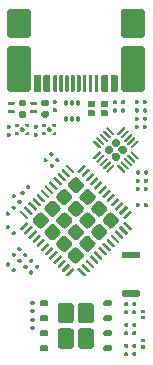
<source format=gtp>
G04 #@! TF.GenerationSoftware,KiCad,Pcbnew,5.1.9-1.fc33*
G04 #@! TF.CreationDate,2021-04-27T13:35:09+02:00*
G04 #@! TF.ProjectId,reDIP-SID,72654449-502d-4534-9944-2e6b69636164,0.2*
G04 #@! TF.SameCoordinates,PX5e28010PY8011a50*
G04 #@! TF.FileFunction,Paste,Top*
G04 #@! TF.FilePolarity,Positive*
%FSLAX46Y46*%
G04 Gerber Fmt 4.6, Leading zero omitted, Abs format (unit mm)*
G04 Created by KiCad (PCBNEW 5.1.9-1.fc33) date 2021-04-27 13:35:09*
%MOMM*%
%LPD*%
G01*
G04 APERTURE LIST*
%ADD10C,0.350000*%
G04 APERTURE END LIST*
G04 #@! TO.C,C19*
G36*
G01*
X102887414Y-120240458D02*
X103029542Y-120382586D01*
G75*
G02*
X103029542Y-120495016I-56215J-56215D01*
G01*
X102917112Y-120607446D01*
G75*
G02*
X102804682Y-120607446I-56215J56215D01*
G01*
X102662554Y-120465318D01*
G75*
G02*
X102662554Y-120352888I56215J56215D01*
G01*
X102774984Y-120240458D01*
G75*
G02*
X102887414Y-120240458I56215J-56215D01*
G01*
G37*
G36*
G01*
X103375318Y-119752554D02*
X103517446Y-119894682D01*
G75*
G02*
X103517446Y-120007112I-56215J-56215D01*
G01*
X103405016Y-120119542D01*
G75*
G02*
X103292586Y-120119542I-56215J56215D01*
G01*
X103150458Y-119977414D01*
G75*
G02*
X103150458Y-119864984I56215J56215D01*
G01*
X103262888Y-119752554D01*
G75*
G02*
X103375318Y-119752554I56215J-56215D01*
G01*
G37*
G04 #@! TD*
G04 #@! TO.C,X1*
G36*
G01*
X109780000Y-107690000D02*
X110280000Y-107690000D01*
G75*
G02*
X110330000Y-107740000I0J-50000D01*
G01*
X110330000Y-108140000D01*
G75*
G02*
X110280000Y-108190000I-50000J0D01*
G01*
X109780000Y-108190000D01*
G75*
G02*
X109730000Y-108140000I0J50000D01*
G01*
X109730000Y-107740000D01*
G75*
G02*
X109780000Y-107690000I50000J0D01*
G01*
G37*
G36*
G01*
X108680000Y-107690000D02*
X109180000Y-107690000D01*
G75*
G02*
X109230000Y-107740000I0J-50000D01*
G01*
X109230000Y-108140000D01*
G75*
G02*
X109180000Y-108190000I-50000J0D01*
G01*
X108680000Y-108190000D01*
G75*
G02*
X108630000Y-108140000I0J50000D01*
G01*
X108630000Y-107740000D01*
G75*
G02*
X108680000Y-107690000I50000J0D01*
G01*
G37*
G36*
G01*
X108680000Y-106890000D02*
X109180000Y-106890000D01*
G75*
G02*
X109230000Y-106940000I0J-50000D01*
G01*
X109230000Y-107340000D01*
G75*
G02*
X109180000Y-107390000I-50000J0D01*
G01*
X108680000Y-107390000D01*
G75*
G02*
X108630000Y-107340000I0J50000D01*
G01*
X108630000Y-106940000D01*
G75*
G02*
X108680000Y-106890000I50000J0D01*
G01*
G37*
G36*
G01*
X109780000Y-106890000D02*
X110280000Y-106890000D01*
G75*
G02*
X110330000Y-106940000I0J-50000D01*
G01*
X110330000Y-107340000D01*
G75*
G02*
X110280000Y-107390000I-50000J0D01*
G01*
X109780000Y-107390000D01*
G75*
G02*
X109730000Y-107340000I0J50000D01*
G01*
X109730000Y-106940000D01*
G75*
G02*
X109780000Y-106890000I50000J0D01*
G01*
G37*
G04 #@! TD*
G04 #@! TO.C,SW1*
G36*
G01*
X112985000Y-120220000D02*
X111595000Y-120220000D01*
G75*
G02*
X111540000Y-120165000I0J55000D01*
G01*
X111540000Y-119725000D01*
G75*
G02*
X111595000Y-119670000I55000J0D01*
G01*
X112985000Y-119670000D01*
G75*
G02*
X113040000Y-119725000I0J-55000D01*
G01*
X113040000Y-120165000D01*
G75*
G02*
X112985000Y-120220000I-55000J0D01*
G01*
G37*
G36*
G01*
X112985000Y-123470000D02*
X111595000Y-123470000D01*
G75*
G02*
X111540000Y-123415000I0J55000D01*
G01*
X111540000Y-122975000D01*
G75*
G02*
X111595000Y-122920000I55000J0D01*
G01*
X112985000Y-122920000D01*
G75*
G02*
X113040000Y-122975000I0J-55000D01*
G01*
X113040000Y-123415000D01*
G75*
G02*
X112985000Y-123470000I-55000J0D01*
G01*
G37*
G04 #@! TD*
G04 #@! TO.C,R13*
G36*
G01*
X102549542Y-114987414D02*
X102407414Y-115129542D01*
G75*
G02*
X102294984Y-115129542I-56215J56215D01*
G01*
X102182554Y-115017112D01*
G75*
G02*
X102182554Y-114904682I56215J56215D01*
G01*
X102324682Y-114762554D01*
G75*
G02*
X102437112Y-114762554I56215J-56215D01*
G01*
X102549542Y-114874984D01*
G75*
G02*
X102549542Y-114987414I-56215J-56215D01*
G01*
G37*
G36*
G01*
X103037446Y-115475318D02*
X102895318Y-115617446D01*
G75*
G02*
X102782888Y-115617446I-56215J56215D01*
G01*
X102670458Y-115505016D01*
G75*
G02*
X102670458Y-115392586I56215J56215D01*
G01*
X102812586Y-115250458D01*
G75*
G02*
X102925016Y-115250458I56215J-56215D01*
G01*
X103037446Y-115362888D01*
G75*
G02*
X103037446Y-115475318I-56215J-56215D01*
G01*
G37*
G04 #@! TD*
G04 #@! TO.C,R12*
G36*
G01*
X102049542Y-117627414D02*
X101907414Y-117769542D01*
G75*
G02*
X101794984Y-117769542I-56215J56215D01*
G01*
X101682554Y-117657112D01*
G75*
G02*
X101682554Y-117544682I56215J56215D01*
G01*
X101824682Y-117402554D01*
G75*
G02*
X101937112Y-117402554I56215J-56215D01*
G01*
X102049542Y-117514984D01*
G75*
G02*
X102049542Y-117627414I-56215J-56215D01*
G01*
G37*
G36*
G01*
X102537446Y-118115318D02*
X102395318Y-118257446D01*
G75*
G02*
X102282888Y-118257446I-56215J56215D01*
G01*
X102170458Y-118145016D01*
G75*
G02*
X102170458Y-118032586I56215J56215D01*
G01*
X102312586Y-117890458D01*
G75*
G02*
X102425016Y-117890458I56215J-56215D01*
G01*
X102537446Y-118002888D01*
G75*
G02*
X102537446Y-118115318I-56215J-56215D01*
G01*
G37*
G04 #@! TD*
G04 #@! TO.C,R7*
G36*
G01*
X105117414Y-111720458D02*
X105259542Y-111862586D01*
G75*
G02*
X105259542Y-111975016I-56215J-56215D01*
G01*
X105147112Y-112087446D01*
G75*
G02*
X105034682Y-112087446I-56215J56215D01*
G01*
X104892554Y-111945318D01*
G75*
G02*
X104892554Y-111832888I56215J56215D01*
G01*
X105004984Y-111720458D01*
G75*
G02*
X105117414Y-111720458I56215J-56215D01*
G01*
G37*
G36*
G01*
X105605318Y-111232554D02*
X105747446Y-111374682D01*
G75*
G02*
X105747446Y-111487112I-56215J-56215D01*
G01*
X105635016Y-111599542D01*
G75*
G02*
X105522586Y-111599542I-56215J56215D01*
G01*
X105380458Y-111457414D01*
G75*
G02*
X105380458Y-111344984I56215J56215D01*
G01*
X105492888Y-111232554D01*
G75*
G02*
X105605318Y-111232554I56215J-56215D01*
G01*
G37*
G04 #@! TD*
G04 #@! TO.C,J5*
G36*
G01*
X113440000Y-99270000D02*
X113440000Y-101370000D01*
G75*
G02*
X113240000Y-101570000I-200000J0D01*
G01*
X111640000Y-101570000D01*
G75*
G02*
X111440000Y-101370000I0J200000D01*
G01*
X111440000Y-99270000D01*
G75*
G02*
X111640000Y-99070000I200000J0D01*
G01*
X113240000Y-99070000D01*
G75*
G02*
X113440000Y-99270000I0J-200000D01*
G01*
G37*
G36*
G01*
X103800000Y-99270000D02*
X103800000Y-101370000D01*
G75*
G02*
X103600000Y-101570000I-200000J0D01*
G01*
X102000000Y-101570000D01*
G75*
G02*
X101800000Y-101370000I0J200000D01*
G01*
X101800000Y-99270000D01*
G75*
G02*
X102000000Y-99070000I200000J0D01*
G01*
X103600000Y-99070000D01*
G75*
G02*
X103800000Y-99270000I0J-200000D01*
G01*
G37*
G36*
G01*
X113440000Y-102440000D02*
X113440000Y-105940000D01*
G75*
G02*
X113240000Y-106140000I-200000J0D01*
G01*
X111640000Y-106140000D01*
G75*
G02*
X111440000Y-105940000I0J200000D01*
G01*
X111440000Y-102440000D01*
G75*
G02*
X111640000Y-102240000I200000J0D01*
G01*
X113240000Y-102240000D01*
G75*
G02*
X113440000Y-102440000I0J-200000D01*
G01*
G37*
G36*
G01*
X103800000Y-102440000D02*
X103800000Y-105940000D01*
G75*
G02*
X103600000Y-106140000I-200000J0D01*
G01*
X102000000Y-106140000D01*
G75*
G02*
X101800000Y-105940000I0J200000D01*
G01*
X101800000Y-102440000D01*
G75*
G02*
X102000000Y-102240000I200000J0D01*
G01*
X103600000Y-102240000D01*
G75*
G02*
X103800000Y-102440000I0J-200000D01*
G01*
G37*
G36*
G01*
X104670000Y-104765000D02*
X104670000Y-106065000D01*
G75*
G02*
X104595000Y-106140000I-75000J0D01*
G01*
X104145000Y-106140000D01*
G75*
G02*
X104070000Y-106065000I0J75000D01*
G01*
X104070000Y-104765000D01*
G75*
G02*
X104145000Y-104690000I75000J0D01*
G01*
X104595000Y-104690000D01*
G75*
G02*
X104670000Y-104765000I0J-75000D01*
G01*
G37*
G36*
G01*
X105470000Y-104765000D02*
X105470000Y-106065000D01*
G75*
G02*
X105395000Y-106140000I-75000J0D01*
G01*
X104945000Y-106140000D01*
G75*
G02*
X104870000Y-106065000I0J75000D01*
G01*
X104870000Y-104765000D01*
G75*
G02*
X104945000Y-104690000I75000J0D01*
G01*
X105395000Y-104690000D01*
G75*
G02*
X105470000Y-104765000I0J-75000D01*
G01*
G37*
G36*
G01*
X110370000Y-104765000D02*
X110370000Y-106065000D01*
G75*
G02*
X110295000Y-106140000I-75000J0D01*
G01*
X109845000Y-106140000D01*
G75*
G02*
X109770000Y-106065000I0J75000D01*
G01*
X109770000Y-104765000D01*
G75*
G02*
X109845000Y-104690000I75000J0D01*
G01*
X110295000Y-104690000D01*
G75*
G02*
X110370000Y-104765000I0J-75000D01*
G01*
G37*
G36*
G01*
X111170000Y-104765000D02*
X111170000Y-106065000D01*
G75*
G02*
X111095000Y-106140000I-75000J0D01*
G01*
X110645000Y-106140000D01*
G75*
G02*
X110570000Y-106065000I0J75000D01*
G01*
X110570000Y-104765000D01*
G75*
G02*
X110645000Y-104690000I75000J0D01*
G01*
X111095000Y-104690000D01*
G75*
G02*
X111170000Y-104765000I0J-75000D01*
G01*
G37*
G36*
G01*
X111170000Y-104765000D02*
X111170000Y-106065000D01*
G75*
G02*
X111095000Y-106140000I-75000J0D01*
G01*
X110645000Y-106140000D01*
G75*
G02*
X110570000Y-106065000I0J75000D01*
G01*
X110570000Y-104765000D01*
G75*
G02*
X110645000Y-104690000I75000J0D01*
G01*
X111095000Y-104690000D01*
G75*
G02*
X111170000Y-104765000I0J-75000D01*
G01*
G37*
G36*
G01*
X110370000Y-104765000D02*
X110370000Y-106065000D01*
G75*
G02*
X110295000Y-106140000I-75000J0D01*
G01*
X109845000Y-106140000D01*
G75*
G02*
X109770000Y-106065000I0J75000D01*
G01*
X109770000Y-104765000D01*
G75*
G02*
X109845000Y-104690000I75000J0D01*
G01*
X110295000Y-104690000D01*
G75*
G02*
X110370000Y-104765000I0J-75000D01*
G01*
G37*
G36*
G01*
X105470000Y-104765000D02*
X105470000Y-106065000D01*
G75*
G02*
X105395000Y-106140000I-75000J0D01*
G01*
X104945000Y-106140000D01*
G75*
G02*
X104870000Y-106065000I0J75000D01*
G01*
X104870000Y-104765000D01*
G75*
G02*
X104945000Y-104690000I75000J0D01*
G01*
X105395000Y-104690000D01*
G75*
G02*
X105470000Y-104765000I0J-75000D01*
G01*
G37*
G36*
G01*
X104670000Y-104765000D02*
X104670000Y-106065000D01*
G75*
G02*
X104595000Y-106140000I-75000J0D01*
G01*
X104145000Y-106140000D01*
G75*
G02*
X104070000Y-106065000I0J75000D01*
G01*
X104070000Y-104765000D01*
G75*
G02*
X104145000Y-104690000I75000J0D01*
G01*
X104595000Y-104690000D01*
G75*
G02*
X104670000Y-104765000I0J-75000D01*
G01*
G37*
G36*
G01*
X109520000Y-104765000D02*
X109520000Y-106065000D01*
G75*
G02*
X109445000Y-106140000I-75000J0D01*
G01*
X109295000Y-106140000D01*
G75*
G02*
X109220000Y-106065000I0J75000D01*
G01*
X109220000Y-104765000D01*
G75*
G02*
X109295000Y-104690000I75000J0D01*
G01*
X109445000Y-104690000D01*
G75*
G02*
X109520000Y-104765000I0J-75000D01*
G01*
G37*
G36*
G01*
X109020000Y-104765000D02*
X109020000Y-106065000D01*
G75*
G02*
X108945000Y-106140000I-75000J0D01*
G01*
X108795000Y-106140000D01*
G75*
G02*
X108720000Y-106065000I0J75000D01*
G01*
X108720000Y-104765000D01*
G75*
G02*
X108795000Y-104690000I75000J0D01*
G01*
X108945000Y-104690000D01*
G75*
G02*
X109020000Y-104765000I0J-75000D01*
G01*
G37*
G36*
G01*
X108520000Y-104765000D02*
X108520000Y-106065000D01*
G75*
G02*
X108445000Y-106140000I-75000J0D01*
G01*
X108295000Y-106140000D01*
G75*
G02*
X108220000Y-106065000I0J75000D01*
G01*
X108220000Y-104765000D01*
G75*
G02*
X108295000Y-104690000I75000J0D01*
G01*
X108445000Y-104690000D01*
G75*
G02*
X108520000Y-104765000I0J-75000D01*
G01*
G37*
G36*
G01*
X107520000Y-104765000D02*
X107520000Y-106065000D01*
G75*
G02*
X107445000Y-106140000I-75000J0D01*
G01*
X107295000Y-106140000D01*
G75*
G02*
X107220000Y-106065000I0J75000D01*
G01*
X107220000Y-104765000D01*
G75*
G02*
X107295000Y-104690000I75000J0D01*
G01*
X107445000Y-104690000D01*
G75*
G02*
X107520000Y-104765000I0J-75000D01*
G01*
G37*
G36*
G01*
X107020000Y-104765000D02*
X107020000Y-106065000D01*
G75*
G02*
X106945000Y-106140000I-75000J0D01*
G01*
X106795000Y-106140000D01*
G75*
G02*
X106720000Y-106065000I0J75000D01*
G01*
X106720000Y-104765000D01*
G75*
G02*
X106795000Y-104690000I75000J0D01*
G01*
X106945000Y-104690000D01*
G75*
G02*
X107020000Y-104765000I0J-75000D01*
G01*
G37*
G36*
G01*
X106520000Y-104765000D02*
X106520000Y-106065000D01*
G75*
G02*
X106445000Y-106140000I-75000J0D01*
G01*
X106295000Y-106140000D01*
G75*
G02*
X106220000Y-106065000I0J75000D01*
G01*
X106220000Y-104765000D01*
G75*
G02*
X106295000Y-104690000I75000J0D01*
G01*
X106445000Y-104690000D01*
G75*
G02*
X106520000Y-104765000I0J-75000D01*
G01*
G37*
G36*
G01*
X106020000Y-104765000D02*
X106020000Y-106065000D01*
G75*
G02*
X105945000Y-106140000I-75000J0D01*
G01*
X105795000Y-106140000D01*
G75*
G02*
X105720000Y-106065000I0J75000D01*
G01*
X105720000Y-104765000D01*
G75*
G02*
X105795000Y-104690000I75000J0D01*
G01*
X105945000Y-104690000D01*
G75*
G02*
X106020000Y-104765000I0J-75000D01*
G01*
G37*
G36*
G01*
X108020000Y-104765000D02*
X108020000Y-106065000D01*
G75*
G02*
X107945000Y-106140000I-75000J0D01*
G01*
X107795000Y-106140000D01*
G75*
G02*
X107720000Y-106065000I0J75000D01*
G01*
X107720000Y-104765000D01*
G75*
G02*
X107795000Y-104690000I75000J0D01*
G01*
X107945000Y-104690000D01*
G75*
G02*
X108020000Y-104765000I0J-75000D01*
G01*
G37*
G04 #@! TD*
G04 #@! TO.C,D4*
G36*
G01*
X113482500Y-124835000D02*
X113137500Y-124835000D01*
G75*
G02*
X113110000Y-124807500I0J27500D01*
G01*
X113110000Y-124587500D01*
G75*
G02*
X113137500Y-124560000I27500J0D01*
G01*
X113482500Y-124560000D01*
G75*
G02*
X113510000Y-124587500I0J-27500D01*
G01*
X113510000Y-124807500D01*
G75*
G02*
X113482500Y-124835000I-27500J0D01*
G01*
G37*
G36*
G01*
X113482500Y-125360000D02*
X113137500Y-125360000D01*
G75*
G02*
X113110000Y-125332500I0J27500D01*
G01*
X113110000Y-125112500D01*
G75*
G02*
X113137500Y-125085000I27500J0D01*
G01*
X113482500Y-125085000D01*
G75*
G02*
X113510000Y-125112500I0J-27500D01*
G01*
X113510000Y-125332500D01*
G75*
G02*
X113482500Y-125360000I-27500J0D01*
G01*
G37*
G04 #@! TD*
G04 #@! TO.C,D3*
G36*
G01*
X113137500Y-127585000D02*
X113482500Y-127585000D01*
G75*
G02*
X113510000Y-127612500I0J-27500D01*
G01*
X113510000Y-127832500D01*
G75*
G02*
X113482500Y-127860000I-27500J0D01*
G01*
X113137500Y-127860000D01*
G75*
G02*
X113110000Y-127832500I0J27500D01*
G01*
X113110000Y-127612500D01*
G75*
G02*
X113137500Y-127585000I27500J0D01*
G01*
G37*
G36*
G01*
X113137500Y-127060000D02*
X113482500Y-127060000D01*
G75*
G02*
X113510000Y-127087500I0J-27500D01*
G01*
X113510000Y-127307500D01*
G75*
G02*
X113482500Y-127335000I-27500J0D01*
G01*
X113137500Y-127335000D01*
G75*
G02*
X113110000Y-127307500I0J27500D01*
G01*
X113110000Y-127087500D01*
G75*
G02*
X113137500Y-127060000I27500J0D01*
G01*
G37*
G04 #@! TD*
G04 #@! TO.C,R9*
G36*
G01*
X111716000Y-124190500D02*
X111716000Y-123989500D01*
G75*
G02*
X111795500Y-123910000I79500J0D01*
G01*
X111954500Y-123910000D01*
G75*
G02*
X112034000Y-123989500I0J-79500D01*
G01*
X112034000Y-124190500D01*
G75*
G02*
X111954500Y-124270000I-79500J0D01*
G01*
X111795500Y-124270000D01*
G75*
G02*
X111716000Y-124190500I0J79500D01*
G01*
G37*
G36*
G01*
X112406000Y-124190500D02*
X112406000Y-123989500D01*
G75*
G02*
X112485500Y-123910000I79500J0D01*
G01*
X112644500Y-123910000D01*
G75*
G02*
X112724000Y-123989500I0J-79500D01*
G01*
X112724000Y-124190500D01*
G75*
G02*
X112644500Y-124270000I-79500J0D01*
G01*
X112485500Y-124270000D01*
G75*
G02*
X112406000Y-124190500I0J79500D01*
G01*
G37*
G04 #@! TD*
G04 #@! TO.C,R14*
G36*
G01*
X106022586Y-112089542D02*
X105880458Y-111947414D01*
G75*
G02*
X105880458Y-111834984I56215J56215D01*
G01*
X105992888Y-111722554D01*
G75*
G02*
X106105318Y-111722554I56215J-56215D01*
G01*
X106247446Y-111864682D01*
G75*
G02*
X106247446Y-111977112I-56215J-56215D01*
G01*
X106135016Y-112089542D01*
G75*
G02*
X106022586Y-112089542I-56215J56215D01*
G01*
G37*
G36*
G01*
X105534682Y-112577446D02*
X105392554Y-112435318D01*
G75*
G02*
X105392554Y-112322888I56215J56215D01*
G01*
X105504984Y-112210458D01*
G75*
G02*
X105617414Y-112210458I56215J-56215D01*
G01*
X105759542Y-112352586D01*
G75*
G02*
X105759542Y-112465016I-56215J-56215D01*
G01*
X105647112Y-112577446D01*
G75*
G02*
X105534682Y-112577446I-56215J56215D01*
G01*
G37*
G04 #@! TD*
G04 #@! TO.C,U7*
G36*
G01*
X107785000Y-127620005D02*
X107785000Y-126389995D01*
G75*
G02*
X108034995Y-126140000I249995J0D01*
G01*
X108905005Y-126140000D01*
G75*
G02*
X109155000Y-126389995I0J-249995D01*
G01*
X109155000Y-127620005D01*
G75*
G02*
X108905005Y-127870000I-249995J0D01*
G01*
X108034995Y-127870000D01*
G75*
G02*
X107785000Y-127620005I0J249995D01*
G01*
G37*
G36*
G01*
X107785000Y-125470005D02*
X107785000Y-124239995D01*
G75*
G02*
X108034995Y-123990000I249995J0D01*
G01*
X108905005Y-123990000D01*
G75*
G02*
X109155000Y-124239995I0J-249995D01*
G01*
X109155000Y-125470005D01*
G75*
G02*
X108905005Y-125720000I-249995J0D01*
G01*
X108034995Y-125720000D01*
G75*
G02*
X107785000Y-125470005I0J249995D01*
G01*
G37*
G36*
G01*
X106085000Y-127620005D02*
X106085000Y-126389995D01*
G75*
G02*
X106334995Y-126140000I249995J0D01*
G01*
X107205005Y-126140000D01*
G75*
G02*
X107455000Y-126389995I0J-249995D01*
G01*
X107455000Y-127620005D01*
G75*
G02*
X107205005Y-127870000I-249995J0D01*
G01*
X106334995Y-127870000D01*
G75*
G02*
X106085000Y-127620005I0J249995D01*
G01*
G37*
G36*
G01*
X106085000Y-125470005D02*
X106085000Y-124239995D01*
G75*
G02*
X106334995Y-123990000I249995J0D01*
G01*
X107205005Y-123990000D01*
G75*
G02*
X107455000Y-124239995I0J-249995D01*
G01*
X107455000Y-125470005D01*
G75*
G02*
X107205005Y-125720000I-249995J0D01*
G01*
X106334995Y-125720000D01*
G75*
G02*
X106085000Y-125470005I0J249995D01*
G01*
G37*
G36*
G01*
X109945000Y-124150000D02*
X109945000Y-123900000D01*
G75*
G02*
X110070000Y-123775000I125000J0D01*
G01*
X110570000Y-123775000D01*
G75*
G02*
X110695000Y-123900000I0J-125000D01*
G01*
X110695000Y-124150000D01*
G75*
G02*
X110570000Y-124275000I-125000J0D01*
G01*
X110070000Y-124275000D01*
G75*
G02*
X109945000Y-124150000I0J125000D01*
G01*
G37*
G36*
G01*
X109945000Y-125420000D02*
X109945000Y-125170000D01*
G75*
G02*
X110070000Y-125045000I125000J0D01*
G01*
X110570000Y-125045000D01*
G75*
G02*
X110695000Y-125170000I0J-125000D01*
G01*
X110695000Y-125420000D01*
G75*
G02*
X110570000Y-125545000I-125000J0D01*
G01*
X110070000Y-125545000D01*
G75*
G02*
X109945000Y-125420000I0J125000D01*
G01*
G37*
G36*
G01*
X109945000Y-126690000D02*
X109945000Y-126440000D01*
G75*
G02*
X110070000Y-126315000I125000J0D01*
G01*
X110570000Y-126315000D01*
G75*
G02*
X110695000Y-126440000I0J-125000D01*
G01*
X110695000Y-126690000D01*
G75*
G02*
X110570000Y-126815000I-125000J0D01*
G01*
X110070000Y-126815000D01*
G75*
G02*
X109945000Y-126690000I0J125000D01*
G01*
G37*
G36*
G01*
X109945000Y-127960000D02*
X109945000Y-127710000D01*
G75*
G02*
X110070000Y-127585000I125000J0D01*
G01*
X110570000Y-127585000D01*
G75*
G02*
X110695000Y-127710000I0J-125000D01*
G01*
X110695000Y-127960000D01*
G75*
G02*
X110570000Y-128085000I-125000J0D01*
G01*
X110070000Y-128085000D01*
G75*
G02*
X109945000Y-127960000I0J125000D01*
G01*
G37*
G36*
G01*
X104545000Y-127960000D02*
X104545000Y-127710000D01*
G75*
G02*
X104670000Y-127585000I125000J0D01*
G01*
X105170000Y-127585000D01*
G75*
G02*
X105295000Y-127710000I0J-125000D01*
G01*
X105295000Y-127960000D01*
G75*
G02*
X105170000Y-128085000I-125000J0D01*
G01*
X104670000Y-128085000D01*
G75*
G02*
X104545000Y-127960000I0J125000D01*
G01*
G37*
G36*
G01*
X104545000Y-126690000D02*
X104545000Y-126440000D01*
G75*
G02*
X104670000Y-126315000I125000J0D01*
G01*
X105170000Y-126315000D01*
G75*
G02*
X105295000Y-126440000I0J-125000D01*
G01*
X105295000Y-126690000D01*
G75*
G02*
X105170000Y-126815000I-125000J0D01*
G01*
X104670000Y-126815000D01*
G75*
G02*
X104545000Y-126690000I0J125000D01*
G01*
G37*
G36*
G01*
X104545000Y-125420000D02*
X104545000Y-125170000D01*
G75*
G02*
X104670000Y-125045000I125000J0D01*
G01*
X105170000Y-125045000D01*
G75*
G02*
X105295000Y-125170000I0J-125000D01*
G01*
X105295000Y-125420000D01*
G75*
G02*
X105170000Y-125545000I-125000J0D01*
G01*
X104670000Y-125545000D01*
G75*
G02*
X104545000Y-125420000I0J125000D01*
G01*
G37*
G36*
G01*
X104545000Y-124150000D02*
X104545000Y-123900000D01*
G75*
G02*
X104670000Y-123775000I125000J0D01*
G01*
X105170000Y-123775000D01*
G75*
G02*
X105295000Y-123900000I0J-125000D01*
G01*
X105295000Y-124150000D01*
G75*
G02*
X105170000Y-124275000I-125000J0D01*
G01*
X104670000Y-124275000D01*
G75*
G02*
X104545000Y-124150000I0J125000D01*
G01*
G37*
G04 #@! TD*
G04 #@! TO.C,R8*
G36*
G01*
X111716000Y-128430500D02*
X111716000Y-128229500D01*
G75*
G02*
X111795500Y-128150000I79500J0D01*
G01*
X111954500Y-128150000D01*
G75*
G02*
X112034000Y-128229500I0J-79500D01*
G01*
X112034000Y-128430500D01*
G75*
G02*
X111954500Y-128510000I-79500J0D01*
G01*
X111795500Y-128510000D01*
G75*
G02*
X111716000Y-128430500I0J79500D01*
G01*
G37*
G36*
G01*
X112406000Y-128430500D02*
X112406000Y-128229500D01*
G75*
G02*
X112485500Y-128150000I79500J0D01*
G01*
X112644500Y-128150000D01*
G75*
G02*
X112724000Y-128229500I0J-79500D01*
G01*
X112724000Y-128430500D01*
G75*
G02*
X112644500Y-128510000I-79500J0D01*
G01*
X112485500Y-128510000D01*
G75*
G02*
X112406000Y-128430500I0J79500D01*
G01*
G37*
G04 #@! TD*
G04 #@! TO.C,U1*
G36*
G01*
X105326260Y-109534960D02*
X105165040Y-109373740D01*
G75*
G02*
X105165040Y-109266260I53740J53740D01*
G01*
X105326260Y-109105040D01*
G75*
G02*
X105433740Y-109105040I53740J-53740D01*
G01*
X105594960Y-109266260D01*
G75*
G02*
X105594960Y-109373740I-53740J-53740D01*
G01*
X105433740Y-109534960D01*
G75*
G02*
X105326260Y-109534960I-53740J53740D01*
G01*
G37*
D10*
G36*
X105780000Y-109120000D02*
G01*
X105630000Y-108970000D01*
X105630000Y-108870000D01*
X105980000Y-108870000D01*
X105980000Y-109120000D01*
X105780000Y-109120000D01*
G37*
G36*
X105780000Y-109520000D02*
G01*
X105980000Y-109520000D01*
X105980000Y-109770000D01*
X105630000Y-109770000D01*
X105630000Y-109670000D01*
X105780000Y-109520000D01*
G37*
G36*
X104980000Y-109120000D02*
G01*
X104780000Y-109120000D01*
X104780000Y-108870000D01*
X105130000Y-108870000D01*
X105130000Y-108970000D01*
X104980000Y-109120000D01*
G37*
G36*
X104980000Y-109520000D02*
G01*
X105130000Y-109670000D01*
X105130000Y-109770000D01*
X104780000Y-109770000D01*
X104780000Y-109520000D01*
X104980000Y-109520000D01*
G37*
G04 #@! TD*
G04 #@! TO.C,U2*
G36*
G01*
X103026260Y-109534960D02*
X102865040Y-109373740D01*
G75*
G02*
X102865040Y-109266260I53740J53740D01*
G01*
X103026260Y-109105040D01*
G75*
G02*
X103133740Y-109105040I53740J-53740D01*
G01*
X103294960Y-109266260D01*
G75*
G02*
X103294960Y-109373740I-53740J-53740D01*
G01*
X103133740Y-109534960D01*
G75*
G02*
X103026260Y-109534960I-53740J53740D01*
G01*
G37*
G36*
X103480000Y-109120000D02*
G01*
X103330000Y-108970000D01*
X103330000Y-108870000D01*
X103680000Y-108870000D01*
X103680000Y-109120000D01*
X103480000Y-109120000D01*
G37*
G36*
X103480000Y-109520000D02*
G01*
X103680000Y-109520000D01*
X103680000Y-109770000D01*
X103330000Y-109770000D01*
X103330000Y-109670000D01*
X103480000Y-109520000D01*
G37*
G36*
X102680000Y-109120000D02*
G01*
X102480000Y-109120000D01*
X102480000Y-108870000D01*
X102830000Y-108870000D01*
X102830000Y-108970000D01*
X102680000Y-109120000D01*
G37*
G36*
X102680000Y-109520000D02*
G01*
X102830000Y-109670000D01*
X102830000Y-109770000D01*
X102480000Y-109770000D01*
X102480000Y-109520000D01*
X102680000Y-109520000D01*
G37*
G04 #@! TD*
G04 #@! TO.C,U8*
G36*
G01*
X104826929Y-116387746D02*
X105272406Y-116833223D01*
G75*
G02*
X105272406Y-117186777I-176777J-176777D01*
G01*
X104826929Y-117632254D01*
G75*
G02*
X104473375Y-117632254I-176777J176777D01*
G01*
X104027898Y-117186777D01*
G75*
G02*
X104027898Y-116833223I176777J176777D01*
G01*
X104473375Y-116387746D01*
G75*
G02*
X104826929Y-116387746I176777J-176777D01*
G01*
G37*
G36*
G01*
X105816878Y-117377695D02*
X106262355Y-117823172D01*
G75*
G02*
X106262355Y-118176726I-176777J-176777D01*
G01*
X105816878Y-118622203D01*
G75*
G02*
X105463324Y-118622203I-176777J176777D01*
G01*
X105017847Y-118176726D01*
G75*
G02*
X105017847Y-117823172I176777J176777D01*
G01*
X105463324Y-117377695D01*
G75*
G02*
X105816878Y-117377695I176777J-176777D01*
G01*
G37*
G36*
G01*
X106806828Y-118367645D02*
X107252305Y-118813122D01*
G75*
G02*
X107252305Y-119166676I-176777J-176777D01*
G01*
X106806828Y-119612153D01*
G75*
G02*
X106453274Y-119612153I-176777J176777D01*
G01*
X106007797Y-119166676D01*
G75*
G02*
X106007797Y-118813122I176777J176777D01*
G01*
X106453274Y-118367645D01*
G75*
G02*
X106806828Y-118367645I176777J-176777D01*
G01*
G37*
G36*
G01*
X107796777Y-119357594D02*
X108242254Y-119803071D01*
G75*
G02*
X108242254Y-120156625I-176777J-176777D01*
G01*
X107796777Y-120602102D01*
G75*
G02*
X107443223Y-120602102I-176777J176777D01*
G01*
X106997746Y-120156625D01*
G75*
G02*
X106997746Y-119803071I176777J176777D01*
G01*
X107443223Y-119357594D01*
G75*
G02*
X107796777Y-119357594I176777J-176777D01*
G01*
G37*
G36*
G01*
X105816878Y-115397797D02*
X106262355Y-115843274D01*
G75*
G02*
X106262355Y-116196828I-176777J-176777D01*
G01*
X105816878Y-116642305D01*
G75*
G02*
X105463324Y-116642305I-176777J176777D01*
G01*
X105017847Y-116196828D01*
G75*
G02*
X105017847Y-115843274I176777J176777D01*
G01*
X105463324Y-115397797D01*
G75*
G02*
X105816878Y-115397797I176777J-176777D01*
G01*
G37*
G36*
G01*
X106806828Y-116387746D02*
X107252305Y-116833223D01*
G75*
G02*
X107252305Y-117186777I-176777J-176777D01*
G01*
X106806828Y-117632254D01*
G75*
G02*
X106453274Y-117632254I-176777J176777D01*
G01*
X106007797Y-117186777D01*
G75*
G02*
X106007797Y-116833223I176777J176777D01*
G01*
X106453274Y-116387746D01*
G75*
G02*
X106806828Y-116387746I176777J-176777D01*
G01*
G37*
G36*
G01*
X107796777Y-117377695D02*
X108242254Y-117823172D01*
G75*
G02*
X108242254Y-118176726I-176777J-176777D01*
G01*
X107796777Y-118622203D01*
G75*
G02*
X107443223Y-118622203I-176777J176777D01*
G01*
X106997746Y-118176726D01*
G75*
G02*
X106997746Y-117823172I176777J176777D01*
G01*
X107443223Y-117377695D01*
G75*
G02*
X107796777Y-117377695I176777J-176777D01*
G01*
G37*
G36*
G01*
X108786726Y-118367645D02*
X109232203Y-118813122D01*
G75*
G02*
X109232203Y-119166676I-176777J-176777D01*
G01*
X108786726Y-119612153D01*
G75*
G02*
X108433172Y-119612153I-176777J176777D01*
G01*
X107987695Y-119166676D01*
G75*
G02*
X107987695Y-118813122I176777J176777D01*
G01*
X108433172Y-118367645D01*
G75*
G02*
X108786726Y-118367645I176777J-176777D01*
G01*
G37*
G36*
G01*
X106806828Y-114407847D02*
X107252305Y-114853324D01*
G75*
G02*
X107252305Y-115206878I-176777J-176777D01*
G01*
X106806828Y-115652355D01*
G75*
G02*
X106453274Y-115652355I-176777J176777D01*
G01*
X106007797Y-115206878D01*
G75*
G02*
X106007797Y-114853324I176777J176777D01*
G01*
X106453274Y-114407847D01*
G75*
G02*
X106806828Y-114407847I176777J-176777D01*
G01*
G37*
G36*
G01*
X107796777Y-115397797D02*
X108242254Y-115843274D01*
G75*
G02*
X108242254Y-116196828I-176777J-176777D01*
G01*
X107796777Y-116642305D01*
G75*
G02*
X107443223Y-116642305I-176777J176777D01*
G01*
X106997746Y-116196828D01*
G75*
G02*
X106997746Y-115843274I176777J176777D01*
G01*
X107443223Y-115397797D01*
G75*
G02*
X107796777Y-115397797I176777J-176777D01*
G01*
G37*
G36*
G01*
X108786726Y-116387746D02*
X109232203Y-116833223D01*
G75*
G02*
X109232203Y-117186777I-176777J-176777D01*
G01*
X108786726Y-117632254D01*
G75*
G02*
X108433172Y-117632254I-176777J176777D01*
G01*
X107987695Y-117186777D01*
G75*
G02*
X107987695Y-116833223I176777J176777D01*
G01*
X108433172Y-116387746D01*
G75*
G02*
X108786726Y-116387746I176777J-176777D01*
G01*
G37*
G36*
G01*
X109776676Y-117377695D02*
X110222153Y-117823172D01*
G75*
G02*
X110222153Y-118176726I-176777J-176777D01*
G01*
X109776676Y-118622203D01*
G75*
G02*
X109423122Y-118622203I-176777J176777D01*
G01*
X108977645Y-118176726D01*
G75*
G02*
X108977645Y-117823172I176777J176777D01*
G01*
X109423122Y-117377695D01*
G75*
G02*
X109776676Y-117377695I176777J-176777D01*
G01*
G37*
G36*
G01*
X107796777Y-113417898D02*
X108242254Y-113863375D01*
G75*
G02*
X108242254Y-114216929I-176777J-176777D01*
G01*
X107796777Y-114662406D01*
G75*
G02*
X107443223Y-114662406I-176777J176777D01*
G01*
X106997746Y-114216929D01*
G75*
G02*
X106997746Y-113863375I176777J176777D01*
G01*
X107443223Y-113417898D01*
G75*
G02*
X107796777Y-113417898I176777J-176777D01*
G01*
G37*
G36*
G01*
X108786726Y-114407847D02*
X109232203Y-114853324D01*
G75*
G02*
X109232203Y-115206878I-176777J-176777D01*
G01*
X108786726Y-115652355D01*
G75*
G02*
X108433172Y-115652355I-176777J176777D01*
G01*
X107987695Y-115206878D01*
G75*
G02*
X107987695Y-114853324I176777J176777D01*
G01*
X108433172Y-114407847D01*
G75*
G02*
X108786726Y-114407847I176777J-176777D01*
G01*
G37*
G36*
G01*
X109776676Y-115397797D02*
X110222153Y-115843274D01*
G75*
G02*
X110222153Y-116196828I-176777J-176777D01*
G01*
X109776676Y-116642305D01*
G75*
G02*
X109423122Y-116642305I-176777J176777D01*
G01*
X108977645Y-116196828D01*
G75*
G02*
X108977645Y-115843274I176777J176777D01*
G01*
X109423122Y-115397797D01*
G75*
G02*
X109776676Y-115397797I176777J-176777D01*
G01*
G37*
G36*
G01*
X110766625Y-116387746D02*
X111212102Y-116833223D01*
G75*
G02*
X111212102Y-117186777I-176777J-176777D01*
G01*
X110766625Y-117632254D01*
G75*
G02*
X110413071Y-117632254I-176777J176777D01*
G01*
X109967594Y-117186777D01*
G75*
G02*
X109967594Y-116833223I176777J176777D01*
G01*
X110413071Y-116387746D01*
G75*
G02*
X110766625Y-116387746I176777J-176777D01*
G01*
G37*
G36*
G01*
X111818446Y-117142583D02*
X112348776Y-117672913D01*
G75*
G02*
X112348776Y-117761301I-44194J-44194D01*
G01*
X112260388Y-117849689D01*
G75*
G02*
X112172000Y-117849689I-44194J44194D01*
G01*
X111641670Y-117319359D01*
G75*
G02*
X111641670Y-117230971I44194J44194D01*
G01*
X111730058Y-117142583D01*
G75*
G02*
X111818446Y-117142583I44194J-44194D01*
G01*
G37*
G36*
G01*
X111464893Y-117496136D02*
X111995223Y-118026466D01*
G75*
G02*
X111995223Y-118114854I-44194J-44194D01*
G01*
X111906835Y-118203242D01*
G75*
G02*
X111818447Y-118203242I-44194J44194D01*
G01*
X111288117Y-117672912D01*
G75*
G02*
X111288117Y-117584524I44194J44194D01*
G01*
X111376505Y-117496136D01*
G75*
G02*
X111464893Y-117496136I44194J-44194D01*
G01*
G37*
G36*
G01*
X111111339Y-117849690D02*
X111641669Y-118380020D01*
G75*
G02*
X111641669Y-118468408I-44194J-44194D01*
G01*
X111553281Y-118556796D01*
G75*
G02*
X111464893Y-118556796I-44194J44194D01*
G01*
X110934563Y-118026466D01*
G75*
G02*
X110934563Y-117938078I44194J44194D01*
G01*
X111022951Y-117849690D01*
G75*
G02*
X111111339Y-117849690I44194J-44194D01*
G01*
G37*
G36*
G01*
X110757786Y-118203243D02*
X111288116Y-118733573D01*
G75*
G02*
X111288116Y-118821961I-44194J-44194D01*
G01*
X111199728Y-118910349D01*
G75*
G02*
X111111340Y-118910349I-44194J44194D01*
G01*
X110581010Y-118380019D01*
G75*
G02*
X110581010Y-118291631I44194J44194D01*
G01*
X110669398Y-118203243D01*
G75*
G02*
X110757786Y-118203243I44194J-44194D01*
G01*
G37*
G36*
G01*
X110404233Y-118556796D02*
X110934563Y-119087126D01*
G75*
G02*
X110934563Y-119175514I-44194J-44194D01*
G01*
X110846175Y-119263902D01*
G75*
G02*
X110757787Y-119263902I-44194J44194D01*
G01*
X110227457Y-118733572D01*
G75*
G02*
X110227457Y-118645184I44194J44194D01*
G01*
X110315845Y-118556796D01*
G75*
G02*
X110404233Y-118556796I44194J-44194D01*
G01*
G37*
G36*
G01*
X110050679Y-118910350D02*
X110581009Y-119440680D01*
G75*
G02*
X110581009Y-119529068I-44194J-44194D01*
G01*
X110492621Y-119617456D01*
G75*
G02*
X110404233Y-119617456I-44194J44194D01*
G01*
X109873903Y-119087126D01*
G75*
G02*
X109873903Y-118998738I44194J44194D01*
G01*
X109962291Y-118910350D01*
G75*
G02*
X110050679Y-118910350I44194J-44194D01*
G01*
G37*
G36*
G01*
X109697126Y-119263903D02*
X110227456Y-119794233D01*
G75*
G02*
X110227456Y-119882621I-44194J-44194D01*
G01*
X110139068Y-119971009D01*
G75*
G02*
X110050680Y-119971009I-44194J44194D01*
G01*
X109520350Y-119440679D01*
G75*
G02*
X109520350Y-119352291I44194J44194D01*
G01*
X109608738Y-119263903D01*
G75*
G02*
X109697126Y-119263903I44194J-44194D01*
G01*
G37*
G36*
G01*
X109343572Y-119617457D02*
X109873902Y-120147787D01*
G75*
G02*
X109873902Y-120236175I-44194J-44194D01*
G01*
X109785514Y-120324563D01*
G75*
G02*
X109697126Y-120324563I-44194J44194D01*
G01*
X109166796Y-119794233D01*
G75*
G02*
X109166796Y-119705845I44194J44194D01*
G01*
X109255184Y-119617457D01*
G75*
G02*
X109343572Y-119617457I44194J-44194D01*
G01*
G37*
G36*
G01*
X108990019Y-119971010D02*
X109520349Y-120501340D01*
G75*
G02*
X109520349Y-120589728I-44194J-44194D01*
G01*
X109431961Y-120678116D01*
G75*
G02*
X109343573Y-120678116I-44194J44194D01*
G01*
X108813243Y-120147786D01*
G75*
G02*
X108813243Y-120059398I44194J44194D01*
G01*
X108901631Y-119971010D01*
G75*
G02*
X108990019Y-119971010I44194J-44194D01*
G01*
G37*
G36*
G01*
X108636466Y-120324563D02*
X109166796Y-120854893D01*
G75*
G02*
X109166796Y-120943281I-44194J-44194D01*
G01*
X109078408Y-121031669D01*
G75*
G02*
X108990020Y-121031669I-44194J44194D01*
G01*
X108459690Y-120501339D01*
G75*
G02*
X108459690Y-120412951I44194J44194D01*
G01*
X108548078Y-120324563D01*
G75*
G02*
X108636466Y-120324563I44194J-44194D01*
G01*
G37*
G36*
G01*
X108282912Y-120678117D02*
X108813242Y-121208447D01*
G75*
G02*
X108813242Y-121296835I-44194J-44194D01*
G01*
X108724854Y-121385223D01*
G75*
G02*
X108636466Y-121385223I-44194J44194D01*
G01*
X108106136Y-120854893D01*
G75*
G02*
X108106136Y-120766505I44194J44194D01*
G01*
X108194524Y-120678117D01*
G75*
G02*
X108282912Y-120678117I44194J-44194D01*
G01*
G37*
G36*
G01*
X107929359Y-121031670D02*
X108459689Y-121562000D01*
G75*
G02*
X108459689Y-121650388I-44194J-44194D01*
G01*
X108371301Y-121738776D01*
G75*
G02*
X108282913Y-121738776I-44194J44194D01*
G01*
X107752583Y-121208446D01*
G75*
G02*
X107752583Y-121120058I44194J44194D01*
G01*
X107840971Y-121031670D01*
G75*
G02*
X107929359Y-121031670I44194J-44194D01*
G01*
G37*
G36*
G01*
X107399029Y-121031670D02*
X107487417Y-121120058D01*
G75*
G02*
X107487417Y-121208446I-44194J-44194D01*
G01*
X106957087Y-121738776D01*
G75*
G02*
X106868699Y-121738776I-44194J44194D01*
G01*
X106780311Y-121650388D01*
G75*
G02*
X106780311Y-121562000I44194J44194D01*
G01*
X107310641Y-121031670D01*
G75*
G02*
X107399029Y-121031670I44194J-44194D01*
G01*
G37*
G36*
G01*
X107045476Y-120678117D02*
X107133864Y-120766505D01*
G75*
G02*
X107133864Y-120854893I-44194J-44194D01*
G01*
X106603534Y-121385223D01*
G75*
G02*
X106515146Y-121385223I-44194J44194D01*
G01*
X106426758Y-121296835D01*
G75*
G02*
X106426758Y-121208447I44194J44194D01*
G01*
X106957088Y-120678117D01*
G75*
G02*
X107045476Y-120678117I44194J-44194D01*
G01*
G37*
G36*
G01*
X106691922Y-120324563D02*
X106780310Y-120412951D01*
G75*
G02*
X106780310Y-120501339I-44194J-44194D01*
G01*
X106249980Y-121031669D01*
G75*
G02*
X106161592Y-121031669I-44194J44194D01*
G01*
X106073204Y-120943281D01*
G75*
G02*
X106073204Y-120854893I44194J44194D01*
G01*
X106603534Y-120324563D01*
G75*
G02*
X106691922Y-120324563I44194J-44194D01*
G01*
G37*
G36*
G01*
X106338369Y-119971010D02*
X106426757Y-120059398D01*
G75*
G02*
X106426757Y-120147786I-44194J-44194D01*
G01*
X105896427Y-120678116D01*
G75*
G02*
X105808039Y-120678116I-44194J44194D01*
G01*
X105719651Y-120589728D01*
G75*
G02*
X105719651Y-120501340I44194J44194D01*
G01*
X106249981Y-119971010D01*
G75*
G02*
X106338369Y-119971010I44194J-44194D01*
G01*
G37*
G36*
G01*
X105984816Y-119617457D02*
X106073204Y-119705845D01*
G75*
G02*
X106073204Y-119794233I-44194J-44194D01*
G01*
X105542874Y-120324563D01*
G75*
G02*
X105454486Y-120324563I-44194J44194D01*
G01*
X105366098Y-120236175D01*
G75*
G02*
X105366098Y-120147787I44194J44194D01*
G01*
X105896428Y-119617457D01*
G75*
G02*
X105984816Y-119617457I44194J-44194D01*
G01*
G37*
G36*
G01*
X105631262Y-119263903D02*
X105719650Y-119352291D01*
G75*
G02*
X105719650Y-119440679I-44194J-44194D01*
G01*
X105189320Y-119971009D01*
G75*
G02*
X105100932Y-119971009I-44194J44194D01*
G01*
X105012544Y-119882621D01*
G75*
G02*
X105012544Y-119794233I44194J44194D01*
G01*
X105542874Y-119263903D01*
G75*
G02*
X105631262Y-119263903I44194J-44194D01*
G01*
G37*
G36*
G01*
X105277709Y-118910350D02*
X105366097Y-118998738D01*
G75*
G02*
X105366097Y-119087126I-44194J-44194D01*
G01*
X104835767Y-119617456D01*
G75*
G02*
X104747379Y-119617456I-44194J44194D01*
G01*
X104658991Y-119529068D01*
G75*
G02*
X104658991Y-119440680I44194J44194D01*
G01*
X105189321Y-118910350D01*
G75*
G02*
X105277709Y-118910350I44194J-44194D01*
G01*
G37*
G36*
G01*
X104924155Y-118556796D02*
X105012543Y-118645184D01*
G75*
G02*
X105012543Y-118733572I-44194J-44194D01*
G01*
X104482213Y-119263902D01*
G75*
G02*
X104393825Y-119263902I-44194J44194D01*
G01*
X104305437Y-119175514D01*
G75*
G02*
X104305437Y-119087126I44194J44194D01*
G01*
X104835767Y-118556796D01*
G75*
G02*
X104924155Y-118556796I44194J-44194D01*
G01*
G37*
G36*
G01*
X104570602Y-118203243D02*
X104658990Y-118291631D01*
G75*
G02*
X104658990Y-118380019I-44194J-44194D01*
G01*
X104128660Y-118910349D01*
G75*
G02*
X104040272Y-118910349I-44194J44194D01*
G01*
X103951884Y-118821961D01*
G75*
G02*
X103951884Y-118733573I44194J44194D01*
G01*
X104482214Y-118203243D01*
G75*
G02*
X104570602Y-118203243I44194J-44194D01*
G01*
G37*
G36*
G01*
X104217049Y-117849690D02*
X104305437Y-117938078D01*
G75*
G02*
X104305437Y-118026466I-44194J-44194D01*
G01*
X103775107Y-118556796D01*
G75*
G02*
X103686719Y-118556796I-44194J44194D01*
G01*
X103598331Y-118468408D01*
G75*
G02*
X103598331Y-118380020I44194J44194D01*
G01*
X104128661Y-117849690D01*
G75*
G02*
X104217049Y-117849690I44194J-44194D01*
G01*
G37*
G36*
G01*
X103863495Y-117496136D02*
X103951883Y-117584524D01*
G75*
G02*
X103951883Y-117672912I-44194J-44194D01*
G01*
X103421553Y-118203242D01*
G75*
G02*
X103333165Y-118203242I-44194J44194D01*
G01*
X103244777Y-118114854D01*
G75*
G02*
X103244777Y-118026466I44194J44194D01*
G01*
X103775107Y-117496136D01*
G75*
G02*
X103863495Y-117496136I44194J-44194D01*
G01*
G37*
G36*
G01*
X103509942Y-117142583D02*
X103598330Y-117230971D01*
G75*
G02*
X103598330Y-117319359I-44194J-44194D01*
G01*
X103068000Y-117849689D01*
G75*
G02*
X102979612Y-117849689I-44194J44194D01*
G01*
X102891224Y-117761301D01*
G75*
G02*
X102891224Y-117672913I44194J44194D01*
G01*
X103421554Y-117142583D01*
G75*
G02*
X103509942Y-117142583I44194J-44194D01*
G01*
G37*
G36*
G01*
X103068000Y-116170311D02*
X103598330Y-116700641D01*
G75*
G02*
X103598330Y-116789029I-44194J-44194D01*
G01*
X103509942Y-116877417D01*
G75*
G02*
X103421554Y-116877417I-44194J44194D01*
G01*
X102891224Y-116347087D01*
G75*
G02*
X102891224Y-116258699I44194J44194D01*
G01*
X102979612Y-116170311D01*
G75*
G02*
X103068000Y-116170311I44194J-44194D01*
G01*
G37*
G36*
G01*
X103421553Y-115816758D02*
X103951883Y-116347088D01*
G75*
G02*
X103951883Y-116435476I-44194J-44194D01*
G01*
X103863495Y-116523864D01*
G75*
G02*
X103775107Y-116523864I-44194J44194D01*
G01*
X103244777Y-115993534D01*
G75*
G02*
X103244777Y-115905146I44194J44194D01*
G01*
X103333165Y-115816758D01*
G75*
G02*
X103421553Y-115816758I44194J-44194D01*
G01*
G37*
G36*
G01*
X103775107Y-115463204D02*
X104305437Y-115993534D01*
G75*
G02*
X104305437Y-116081922I-44194J-44194D01*
G01*
X104217049Y-116170310D01*
G75*
G02*
X104128661Y-116170310I-44194J44194D01*
G01*
X103598331Y-115639980D01*
G75*
G02*
X103598331Y-115551592I44194J44194D01*
G01*
X103686719Y-115463204D01*
G75*
G02*
X103775107Y-115463204I44194J-44194D01*
G01*
G37*
G36*
G01*
X104128660Y-115109651D02*
X104658990Y-115639981D01*
G75*
G02*
X104658990Y-115728369I-44194J-44194D01*
G01*
X104570602Y-115816757D01*
G75*
G02*
X104482214Y-115816757I-44194J44194D01*
G01*
X103951884Y-115286427D01*
G75*
G02*
X103951884Y-115198039I44194J44194D01*
G01*
X104040272Y-115109651D01*
G75*
G02*
X104128660Y-115109651I44194J-44194D01*
G01*
G37*
G36*
G01*
X104482213Y-114756098D02*
X105012543Y-115286428D01*
G75*
G02*
X105012543Y-115374816I-44194J-44194D01*
G01*
X104924155Y-115463204D01*
G75*
G02*
X104835767Y-115463204I-44194J44194D01*
G01*
X104305437Y-114932874D01*
G75*
G02*
X104305437Y-114844486I44194J44194D01*
G01*
X104393825Y-114756098D01*
G75*
G02*
X104482213Y-114756098I44194J-44194D01*
G01*
G37*
G36*
G01*
X104835767Y-114402544D02*
X105366097Y-114932874D01*
G75*
G02*
X105366097Y-115021262I-44194J-44194D01*
G01*
X105277709Y-115109650D01*
G75*
G02*
X105189321Y-115109650I-44194J44194D01*
G01*
X104658991Y-114579320D01*
G75*
G02*
X104658991Y-114490932I44194J44194D01*
G01*
X104747379Y-114402544D01*
G75*
G02*
X104835767Y-114402544I44194J-44194D01*
G01*
G37*
G36*
G01*
X105189320Y-114048991D02*
X105719650Y-114579321D01*
G75*
G02*
X105719650Y-114667709I-44194J-44194D01*
G01*
X105631262Y-114756097D01*
G75*
G02*
X105542874Y-114756097I-44194J44194D01*
G01*
X105012544Y-114225767D01*
G75*
G02*
X105012544Y-114137379I44194J44194D01*
G01*
X105100932Y-114048991D01*
G75*
G02*
X105189320Y-114048991I44194J-44194D01*
G01*
G37*
G36*
G01*
X105542874Y-113695437D02*
X106073204Y-114225767D01*
G75*
G02*
X106073204Y-114314155I-44194J-44194D01*
G01*
X105984816Y-114402543D01*
G75*
G02*
X105896428Y-114402543I-44194J44194D01*
G01*
X105366098Y-113872213D01*
G75*
G02*
X105366098Y-113783825I44194J44194D01*
G01*
X105454486Y-113695437D01*
G75*
G02*
X105542874Y-113695437I44194J-44194D01*
G01*
G37*
G36*
G01*
X105896427Y-113341884D02*
X106426757Y-113872214D01*
G75*
G02*
X106426757Y-113960602I-44194J-44194D01*
G01*
X106338369Y-114048990D01*
G75*
G02*
X106249981Y-114048990I-44194J44194D01*
G01*
X105719651Y-113518660D01*
G75*
G02*
X105719651Y-113430272I44194J44194D01*
G01*
X105808039Y-113341884D01*
G75*
G02*
X105896427Y-113341884I44194J-44194D01*
G01*
G37*
G36*
G01*
X106249980Y-112988331D02*
X106780310Y-113518661D01*
G75*
G02*
X106780310Y-113607049I-44194J-44194D01*
G01*
X106691922Y-113695437D01*
G75*
G02*
X106603534Y-113695437I-44194J44194D01*
G01*
X106073204Y-113165107D01*
G75*
G02*
X106073204Y-113076719I44194J44194D01*
G01*
X106161592Y-112988331D01*
G75*
G02*
X106249980Y-112988331I44194J-44194D01*
G01*
G37*
G36*
G01*
X106603534Y-112634777D02*
X107133864Y-113165107D01*
G75*
G02*
X107133864Y-113253495I-44194J-44194D01*
G01*
X107045476Y-113341883D01*
G75*
G02*
X106957088Y-113341883I-44194J44194D01*
G01*
X106426758Y-112811553D01*
G75*
G02*
X106426758Y-112723165I44194J44194D01*
G01*
X106515146Y-112634777D01*
G75*
G02*
X106603534Y-112634777I44194J-44194D01*
G01*
G37*
G36*
G01*
X106957087Y-112281224D02*
X107487417Y-112811554D01*
G75*
G02*
X107487417Y-112899942I-44194J-44194D01*
G01*
X107399029Y-112988330D01*
G75*
G02*
X107310641Y-112988330I-44194J44194D01*
G01*
X106780311Y-112458000D01*
G75*
G02*
X106780311Y-112369612I44194J44194D01*
G01*
X106868699Y-112281224D01*
G75*
G02*
X106957087Y-112281224I44194J-44194D01*
G01*
G37*
G36*
G01*
X108371301Y-112281224D02*
X108459689Y-112369612D01*
G75*
G02*
X108459689Y-112458000I-44194J-44194D01*
G01*
X107929359Y-112988330D01*
G75*
G02*
X107840971Y-112988330I-44194J44194D01*
G01*
X107752583Y-112899942D01*
G75*
G02*
X107752583Y-112811554I44194J44194D01*
G01*
X108282913Y-112281224D01*
G75*
G02*
X108371301Y-112281224I44194J-44194D01*
G01*
G37*
G36*
G01*
X108724854Y-112634777D02*
X108813242Y-112723165D01*
G75*
G02*
X108813242Y-112811553I-44194J-44194D01*
G01*
X108282912Y-113341883D01*
G75*
G02*
X108194524Y-113341883I-44194J44194D01*
G01*
X108106136Y-113253495D01*
G75*
G02*
X108106136Y-113165107I44194J44194D01*
G01*
X108636466Y-112634777D01*
G75*
G02*
X108724854Y-112634777I44194J-44194D01*
G01*
G37*
G36*
G01*
X109078408Y-112988331D02*
X109166796Y-113076719D01*
G75*
G02*
X109166796Y-113165107I-44194J-44194D01*
G01*
X108636466Y-113695437D01*
G75*
G02*
X108548078Y-113695437I-44194J44194D01*
G01*
X108459690Y-113607049D01*
G75*
G02*
X108459690Y-113518661I44194J44194D01*
G01*
X108990020Y-112988331D01*
G75*
G02*
X109078408Y-112988331I44194J-44194D01*
G01*
G37*
G36*
G01*
X109431961Y-113341884D02*
X109520349Y-113430272D01*
G75*
G02*
X109520349Y-113518660I-44194J-44194D01*
G01*
X108990019Y-114048990D01*
G75*
G02*
X108901631Y-114048990I-44194J44194D01*
G01*
X108813243Y-113960602D01*
G75*
G02*
X108813243Y-113872214I44194J44194D01*
G01*
X109343573Y-113341884D01*
G75*
G02*
X109431961Y-113341884I44194J-44194D01*
G01*
G37*
G36*
G01*
X109785514Y-113695437D02*
X109873902Y-113783825D01*
G75*
G02*
X109873902Y-113872213I-44194J-44194D01*
G01*
X109343572Y-114402543D01*
G75*
G02*
X109255184Y-114402543I-44194J44194D01*
G01*
X109166796Y-114314155D01*
G75*
G02*
X109166796Y-114225767I44194J44194D01*
G01*
X109697126Y-113695437D01*
G75*
G02*
X109785514Y-113695437I44194J-44194D01*
G01*
G37*
G36*
G01*
X110139068Y-114048991D02*
X110227456Y-114137379D01*
G75*
G02*
X110227456Y-114225767I-44194J-44194D01*
G01*
X109697126Y-114756097D01*
G75*
G02*
X109608738Y-114756097I-44194J44194D01*
G01*
X109520350Y-114667709D01*
G75*
G02*
X109520350Y-114579321I44194J44194D01*
G01*
X110050680Y-114048991D01*
G75*
G02*
X110139068Y-114048991I44194J-44194D01*
G01*
G37*
G36*
G01*
X110492621Y-114402544D02*
X110581009Y-114490932D01*
G75*
G02*
X110581009Y-114579320I-44194J-44194D01*
G01*
X110050679Y-115109650D01*
G75*
G02*
X109962291Y-115109650I-44194J44194D01*
G01*
X109873903Y-115021262D01*
G75*
G02*
X109873903Y-114932874I44194J44194D01*
G01*
X110404233Y-114402544D01*
G75*
G02*
X110492621Y-114402544I44194J-44194D01*
G01*
G37*
G36*
G01*
X110846175Y-114756098D02*
X110934563Y-114844486D01*
G75*
G02*
X110934563Y-114932874I-44194J-44194D01*
G01*
X110404233Y-115463204D01*
G75*
G02*
X110315845Y-115463204I-44194J44194D01*
G01*
X110227457Y-115374816D01*
G75*
G02*
X110227457Y-115286428I44194J44194D01*
G01*
X110757787Y-114756098D01*
G75*
G02*
X110846175Y-114756098I44194J-44194D01*
G01*
G37*
G36*
G01*
X111199728Y-115109651D02*
X111288116Y-115198039D01*
G75*
G02*
X111288116Y-115286427I-44194J-44194D01*
G01*
X110757786Y-115816757D01*
G75*
G02*
X110669398Y-115816757I-44194J44194D01*
G01*
X110581010Y-115728369D01*
G75*
G02*
X110581010Y-115639981I44194J44194D01*
G01*
X111111340Y-115109651D01*
G75*
G02*
X111199728Y-115109651I44194J-44194D01*
G01*
G37*
G36*
G01*
X111553281Y-115463204D02*
X111641669Y-115551592D01*
G75*
G02*
X111641669Y-115639980I-44194J-44194D01*
G01*
X111111339Y-116170310D01*
G75*
G02*
X111022951Y-116170310I-44194J44194D01*
G01*
X110934563Y-116081922D01*
G75*
G02*
X110934563Y-115993534I44194J44194D01*
G01*
X111464893Y-115463204D01*
G75*
G02*
X111553281Y-115463204I44194J-44194D01*
G01*
G37*
G36*
G01*
X111906835Y-115816758D02*
X111995223Y-115905146D01*
G75*
G02*
X111995223Y-115993534I-44194J-44194D01*
G01*
X111464893Y-116523864D01*
G75*
G02*
X111376505Y-116523864I-44194J44194D01*
G01*
X111288117Y-116435476D01*
G75*
G02*
X111288117Y-116347088I44194J44194D01*
G01*
X111818447Y-115816758D01*
G75*
G02*
X111906835Y-115816758I44194J-44194D01*
G01*
G37*
G36*
G01*
X112260388Y-116170311D02*
X112348776Y-116258699D01*
G75*
G02*
X112348776Y-116347087I-44194J-44194D01*
G01*
X111818446Y-116877417D01*
G75*
G02*
X111730058Y-116877417I-44194J44194D01*
G01*
X111641670Y-116789029D01*
G75*
G02*
X111641670Y-116700641I44194J44194D01*
G01*
X112172000Y-116170311D01*
G75*
G02*
X112260388Y-116170311I44194J-44194D01*
G01*
G37*
G04 #@! TD*
G04 #@! TO.C,C11*
G36*
G01*
X111716000Y-127730500D02*
X111716000Y-127529500D01*
G75*
G02*
X111795500Y-127450000I79500J0D01*
G01*
X111954500Y-127450000D01*
G75*
G02*
X112034000Y-127529500I0J-79500D01*
G01*
X112034000Y-127730500D01*
G75*
G02*
X111954500Y-127810000I-79500J0D01*
G01*
X111795500Y-127810000D01*
G75*
G02*
X111716000Y-127730500I0J79500D01*
G01*
G37*
G36*
G01*
X112406000Y-127730500D02*
X112406000Y-127529500D01*
G75*
G02*
X112485500Y-127450000I79500J0D01*
G01*
X112644500Y-127450000D01*
G75*
G02*
X112724000Y-127529500I0J-79500D01*
G01*
X112724000Y-127730500D01*
G75*
G02*
X112644500Y-127810000I-79500J0D01*
G01*
X112485500Y-127810000D01*
G75*
G02*
X112406000Y-127730500I0J79500D01*
G01*
G37*
G04 #@! TD*
G04 #@! TO.C,U5*
G36*
G01*
X107355000Y-107290000D02*
X107205000Y-107290000D01*
G75*
G02*
X107130000Y-107215000I0J75000D01*
G01*
X107130000Y-106915000D01*
G75*
G02*
X107205000Y-106840000I75000J0D01*
G01*
X107355000Y-106840000D01*
G75*
G02*
X107430000Y-106915000I0J-75000D01*
G01*
X107430000Y-107215000D01*
G75*
G02*
X107355000Y-107290000I-75000J0D01*
G01*
G37*
G36*
G01*
X107855000Y-107290000D02*
X107705000Y-107290000D01*
G75*
G02*
X107630000Y-107215000I0J75000D01*
G01*
X107630000Y-106915000D01*
G75*
G02*
X107705000Y-106840000I75000J0D01*
G01*
X107855000Y-106840000D01*
G75*
G02*
X107930000Y-106915000I0J-75000D01*
G01*
X107930000Y-107215000D01*
G75*
G02*
X107855000Y-107290000I-75000J0D01*
G01*
G37*
G36*
G01*
X107355000Y-108640000D02*
X107205000Y-108640000D01*
G75*
G02*
X107130000Y-108565000I0J75000D01*
G01*
X107130000Y-108265000D01*
G75*
G02*
X107205000Y-108190000I75000J0D01*
G01*
X107355000Y-108190000D01*
G75*
G02*
X107430000Y-108265000I0J-75000D01*
G01*
X107430000Y-108565000D01*
G75*
G02*
X107355000Y-108640000I-75000J0D01*
G01*
G37*
G36*
G01*
X106855000Y-107290000D02*
X106705000Y-107290000D01*
G75*
G02*
X106630000Y-107215000I0J75000D01*
G01*
X106630000Y-106915000D01*
G75*
G02*
X106705000Y-106840000I75000J0D01*
G01*
X106855000Y-106840000D01*
G75*
G02*
X106930000Y-106915000I0J-75000D01*
G01*
X106930000Y-107215000D01*
G75*
G02*
X106855000Y-107290000I-75000J0D01*
G01*
G37*
G36*
G01*
X107855000Y-108640000D02*
X107705000Y-108640000D01*
G75*
G02*
X107630000Y-108565000I0J75000D01*
G01*
X107630000Y-108265000D01*
G75*
G02*
X107705000Y-108190000I75000J0D01*
G01*
X107855000Y-108190000D01*
G75*
G02*
X107930000Y-108265000I0J-75000D01*
G01*
X107930000Y-108565000D01*
G75*
G02*
X107855000Y-108640000I-75000J0D01*
G01*
G37*
G36*
G01*
X106855000Y-108640000D02*
X106705000Y-108640000D01*
G75*
G02*
X106630000Y-108565000I0J75000D01*
G01*
X106630000Y-108265000D01*
G75*
G02*
X106705000Y-108190000I75000J0D01*
G01*
X106855000Y-108190000D01*
G75*
G02*
X106930000Y-108265000I0J-75000D01*
G01*
X106930000Y-108565000D01*
G75*
G02*
X106855000Y-108640000I-75000J0D01*
G01*
G37*
G04 #@! TD*
G04 #@! TO.C,R11*
G36*
G01*
X103849500Y-123846000D02*
X104050500Y-123846000D01*
G75*
G02*
X104130000Y-123925500I0J-79500D01*
G01*
X104130000Y-124084500D01*
G75*
G02*
X104050500Y-124164000I-79500J0D01*
G01*
X103849500Y-124164000D01*
G75*
G02*
X103770000Y-124084500I0J79500D01*
G01*
X103770000Y-123925500D01*
G75*
G02*
X103849500Y-123846000I79500J0D01*
G01*
G37*
G36*
G01*
X103849500Y-124536000D02*
X104050500Y-124536000D01*
G75*
G02*
X104130000Y-124615500I0J-79500D01*
G01*
X104130000Y-124774500D01*
G75*
G02*
X104050500Y-124854000I-79500J0D01*
G01*
X103849500Y-124854000D01*
G75*
G02*
X103770000Y-124774500I0J79500D01*
G01*
X103770000Y-124615500D01*
G75*
G02*
X103849500Y-124536000I79500J0D01*
G01*
G37*
G04 #@! TD*
G04 #@! TO.C,R5*
G36*
G01*
X111784000Y-106889500D02*
X111784000Y-107090500D01*
G75*
G02*
X111704500Y-107170000I-79500J0D01*
G01*
X111545500Y-107170000D01*
G75*
G02*
X111466000Y-107090500I0J79500D01*
G01*
X111466000Y-106889500D01*
G75*
G02*
X111545500Y-106810000I79500J0D01*
G01*
X111704500Y-106810000D01*
G75*
G02*
X111784000Y-106889500I0J-79500D01*
G01*
G37*
G36*
G01*
X111094000Y-106889500D02*
X111094000Y-107090500D01*
G75*
G02*
X111014500Y-107170000I-79500J0D01*
G01*
X110855500Y-107170000D01*
G75*
G02*
X110776000Y-107090500I0J79500D01*
G01*
X110776000Y-106889500D01*
G75*
G02*
X110855500Y-106810000I79500J0D01*
G01*
X111014500Y-106810000D01*
G75*
G02*
X111094000Y-106889500I0J-79500D01*
G01*
G37*
G04 #@! TD*
G04 #@! TO.C,R4*
G36*
G01*
X105930500Y-107844000D02*
X105729500Y-107844000D01*
G75*
G02*
X105650000Y-107764500I0J79500D01*
G01*
X105650000Y-107605500D01*
G75*
G02*
X105729500Y-107526000I79500J0D01*
G01*
X105930500Y-107526000D01*
G75*
G02*
X106010000Y-107605500I0J-79500D01*
G01*
X106010000Y-107764500D01*
G75*
G02*
X105930500Y-107844000I-79500J0D01*
G01*
G37*
G36*
G01*
X105930500Y-107154000D02*
X105729500Y-107154000D01*
G75*
G02*
X105650000Y-107074500I0J79500D01*
G01*
X105650000Y-106915500D01*
G75*
G02*
X105729500Y-106836000I79500J0D01*
G01*
X105930500Y-106836000D01*
G75*
G02*
X106010000Y-106915500I0J-79500D01*
G01*
X106010000Y-107074500D01*
G75*
G02*
X105930500Y-107154000I-79500J0D01*
G01*
G37*
G04 #@! TD*
G04 #@! TO.C,R3*
G36*
G01*
X102170458Y-121182586D02*
X102312586Y-121040458D01*
G75*
G02*
X102425016Y-121040458I56215J-56215D01*
G01*
X102537446Y-121152888D01*
G75*
G02*
X102537446Y-121265318I-56215J-56215D01*
G01*
X102395318Y-121407446D01*
G75*
G02*
X102282888Y-121407446I-56215J56215D01*
G01*
X102170458Y-121295016D01*
G75*
G02*
X102170458Y-121182586I56215J56215D01*
G01*
G37*
G36*
G01*
X101682554Y-120694682D02*
X101824682Y-120552554D01*
G75*
G02*
X101937112Y-120552554I56215J-56215D01*
G01*
X102049542Y-120664984D01*
G75*
G02*
X102049542Y-120777414I-56215J-56215D01*
G01*
X101907414Y-120919542D01*
G75*
G02*
X101794984Y-120919542I-56215J56215D01*
G01*
X101682554Y-120807112D01*
G75*
G02*
X101682554Y-120694682I56215J56215D01*
G01*
G37*
G04 #@! TD*
G04 #@! TO.C,R2*
G36*
G01*
X112724000Y-125759500D02*
X112724000Y-125960500D01*
G75*
G02*
X112644500Y-126040000I-79500J0D01*
G01*
X112485500Y-126040000D01*
G75*
G02*
X112406000Y-125960500I0J79500D01*
G01*
X112406000Y-125759500D01*
G75*
G02*
X112485500Y-125680000I79500J0D01*
G01*
X112644500Y-125680000D01*
G75*
G02*
X112724000Y-125759500I0J-79500D01*
G01*
G37*
G36*
G01*
X112034000Y-125759500D02*
X112034000Y-125960500D01*
G75*
G02*
X111954500Y-126040000I-79500J0D01*
G01*
X111795500Y-126040000D01*
G75*
G02*
X111716000Y-125960500I0J79500D01*
G01*
X111716000Y-125759500D01*
G75*
G02*
X111795500Y-125680000I79500J0D01*
G01*
X111954500Y-125680000D01*
G75*
G02*
X112034000Y-125759500I0J-79500D01*
G01*
G37*
G04 #@! TD*
G04 #@! TO.C,R1*
G36*
G01*
X112724000Y-126459500D02*
X112724000Y-126660500D01*
G75*
G02*
X112644500Y-126740000I-79500J0D01*
G01*
X112485500Y-126740000D01*
G75*
G02*
X112406000Y-126660500I0J79500D01*
G01*
X112406000Y-126459500D01*
G75*
G02*
X112485500Y-126380000I79500J0D01*
G01*
X112644500Y-126380000D01*
G75*
G02*
X112724000Y-126459500I0J-79500D01*
G01*
G37*
G36*
G01*
X112034000Y-126459500D02*
X112034000Y-126660500D01*
G75*
G02*
X111954500Y-126740000I-79500J0D01*
G01*
X111795500Y-126740000D01*
G75*
G02*
X111716000Y-126660500I0J79500D01*
G01*
X111716000Y-126459500D01*
G75*
G02*
X111795500Y-126380000I79500J0D01*
G01*
X111954500Y-126380000D01*
G75*
G02*
X112034000Y-126459500I0J-79500D01*
G01*
G37*
G04 #@! TD*
G04 #@! TO.C,C12*
G36*
G01*
X111716000Y-124890500D02*
X111716000Y-124689500D01*
G75*
G02*
X111795500Y-124610000I79500J0D01*
G01*
X111954500Y-124610000D01*
G75*
G02*
X112034000Y-124689500I0J-79500D01*
G01*
X112034000Y-124890500D01*
G75*
G02*
X111954500Y-124970000I-79500J0D01*
G01*
X111795500Y-124970000D01*
G75*
G02*
X111716000Y-124890500I0J79500D01*
G01*
G37*
G36*
G01*
X112406000Y-124890500D02*
X112406000Y-124689500D01*
G75*
G02*
X112485500Y-124610000I79500J0D01*
G01*
X112644500Y-124610000D01*
G75*
G02*
X112724000Y-124689500I0J-79500D01*
G01*
X112724000Y-124890500D01*
G75*
G02*
X112644500Y-124970000I-79500J0D01*
G01*
X112485500Y-124970000D01*
G75*
G02*
X112406000Y-124890500I0J79500D01*
G01*
G37*
G04 #@! TD*
G04 #@! TO.C,C2*
G36*
G01*
X104129500Y-108916000D02*
X104330500Y-108916000D01*
G75*
G02*
X104410000Y-108995500I0J-79500D01*
G01*
X104410000Y-109154500D01*
G75*
G02*
X104330500Y-109234000I-79500J0D01*
G01*
X104129500Y-109234000D01*
G75*
G02*
X104050000Y-109154500I0J79500D01*
G01*
X104050000Y-108995500D01*
G75*
G02*
X104129500Y-108916000I79500J0D01*
G01*
G37*
G36*
G01*
X104129500Y-109606000D02*
X104330500Y-109606000D01*
G75*
G02*
X104410000Y-109685500I0J-79500D01*
G01*
X104410000Y-109844500D01*
G75*
G02*
X104330500Y-109924000I-79500J0D01*
G01*
X104129500Y-109924000D01*
G75*
G02*
X104050000Y-109844500I0J79500D01*
G01*
X104050000Y-109685500D01*
G75*
G02*
X104129500Y-109606000I79500J0D01*
G01*
G37*
G04 #@! TD*
G04 #@! TO.C,C4*
G36*
G01*
X101829500Y-108916000D02*
X102030500Y-108916000D01*
G75*
G02*
X102110000Y-108995500I0J-79500D01*
G01*
X102110000Y-109154500D01*
G75*
G02*
X102030500Y-109234000I-79500J0D01*
G01*
X101829500Y-109234000D01*
G75*
G02*
X101750000Y-109154500I0J79500D01*
G01*
X101750000Y-108995500D01*
G75*
G02*
X101829500Y-108916000I79500J0D01*
G01*
G37*
G36*
G01*
X101829500Y-109606000D02*
X102030500Y-109606000D01*
G75*
G02*
X102110000Y-109685500I0J-79500D01*
G01*
X102110000Y-109844500D01*
G75*
G02*
X102030500Y-109924000I-79500J0D01*
G01*
X101829500Y-109924000D01*
G75*
G02*
X101750000Y-109844500I0J79500D01*
G01*
X101750000Y-109685500D01*
G75*
G02*
X101829500Y-109606000I79500J0D01*
G01*
G37*
G04 #@! TD*
G04 #@! TO.C,U4*
G36*
G01*
X111795494Y-112896155D02*
X111724784Y-112966865D01*
G75*
G02*
X111654074Y-112966865I-35355J35355D01*
G01*
X111123744Y-112436535D01*
G75*
G02*
X111123744Y-112365825I35355J35355D01*
G01*
X111194454Y-112295115D01*
G75*
G02*
X111265164Y-112295115I35355J-35355D01*
G01*
X111795494Y-112825445D01*
G75*
G02*
X111795494Y-112896155I-35355J-35355D01*
G01*
G37*
G36*
G01*
X112078337Y-112613313D02*
X112007627Y-112684023D01*
G75*
G02*
X111936917Y-112684023I-35355J35355D01*
G01*
X111406587Y-112153693D01*
G75*
G02*
X111406587Y-112082983I35355J35355D01*
G01*
X111477297Y-112012273D01*
G75*
G02*
X111548007Y-112012273I35355J-35355D01*
G01*
X112078337Y-112542603D01*
G75*
G02*
X112078337Y-112613313I-35355J-35355D01*
G01*
G37*
G36*
G01*
X112361180Y-112330470D02*
X112290470Y-112401180D01*
G75*
G02*
X112219760Y-112401180I-35355J35355D01*
G01*
X111689430Y-111870850D01*
G75*
G02*
X111689430Y-111800140I35355J35355D01*
G01*
X111760140Y-111729430D01*
G75*
G02*
X111830850Y-111729430I35355J-35355D01*
G01*
X112361180Y-112259760D01*
G75*
G02*
X112361180Y-112330470I-35355J-35355D01*
G01*
G37*
G36*
G01*
X112644023Y-112047627D02*
X112573313Y-112118337D01*
G75*
G02*
X112502603Y-112118337I-35355J35355D01*
G01*
X111972273Y-111588007D01*
G75*
G02*
X111972273Y-111517297I35355J35355D01*
G01*
X112042983Y-111446587D01*
G75*
G02*
X112113693Y-111446587I35355J-35355D01*
G01*
X112644023Y-111976917D01*
G75*
G02*
X112644023Y-112047627I-35355J-35355D01*
G01*
G37*
G36*
G01*
X112926865Y-111764784D02*
X112856155Y-111835494D01*
G75*
G02*
X112785445Y-111835494I-35355J35355D01*
G01*
X112255115Y-111305164D01*
G75*
G02*
X112255115Y-111234454I35355J35355D01*
G01*
X112325825Y-111163744D01*
G75*
G02*
X112396535Y-111163744I35355J-35355D01*
G01*
X112926865Y-111694074D01*
G75*
G02*
X112926865Y-111764784I-35355J-35355D01*
G01*
G37*
G36*
G01*
X112926865Y-110385926D02*
X112396535Y-110916256D01*
G75*
G02*
X112325825Y-110916256I-35355J35355D01*
G01*
X112255115Y-110845546D01*
G75*
G02*
X112255115Y-110774836I35355J35355D01*
G01*
X112785445Y-110244506D01*
G75*
G02*
X112856155Y-110244506I35355J-35355D01*
G01*
X112926865Y-110315216D01*
G75*
G02*
X112926865Y-110385926I-35355J-35355D01*
G01*
G37*
G36*
G01*
X112644023Y-110103083D02*
X112113693Y-110633413D01*
G75*
G02*
X112042983Y-110633413I-35355J35355D01*
G01*
X111972273Y-110562703D01*
G75*
G02*
X111972273Y-110491993I35355J35355D01*
G01*
X112502603Y-109961663D01*
G75*
G02*
X112573313Y-109961663I35355J-35355D01*
G01*
X112644023Y-110032373D01*
G75*
G02*
X112644023Y-110103083I-35355J-35355D01*
G01*
G37*
G36*
G01*
X112361180Y-109820240D02*
X111830850Y-110350570D01*
G75*
G02*
X111760140Y-110350570I-35355J35355D01*
G01*
X111689430Y-110279860D01*
G75*
G02*
X111689430Y-110209150I35355J35355D01*
G01*
X112219760Y-109678820D01*
G75*
G02*
X112290470Y-109678820I35355J-35355D01*
G01*
X112361180Y-109749530D01*
G75*
G02*
X112361180Y-109820240I-35355J-35355D01*
G01*
G37*
G36*
G01*
X112078337Y-109537397D02*
X111548007Y-110067727D01*
G75*
G02*
X111477297Y-110067727I-35355J35355D01*
G01*
X111406587Y-109997017D01*
G75*
G02*
X111406587Y-109926307I35355J35355D01*
G01*
X111936917Y-109395977D01*
G75*
G02*
X112007627Y-109395977I35355J-35355D01*
G01*
X112078337Y-109466687D01*
G75*
G02*
X112078337Y-109537397I-35355J-35355D01*
G01*
G37*
G36*
G01*
X111795494Y-109254555D02*
X111265164Y-109784885D01*
G75*
G02*
X111194454Y-109784885I-35355J35355D01*
G01*
X111123744Y-109714175D01*
G75*
G02*
X111123744Y-109643465I35355J35355D01*
G01*
X111654074Y-109113135D01*
G75*
G02*
X111724784Y-109113135I35355J-35355D01*
G01*
X111795494Y-109183845D01*
G75*
G02*
X111795494Y-109254555I-35355J-35355D01*
G01*
G37*
G36*
G01*
X110876256Y-109714175D02*
X110805546Y-109784885D01*
G75*
G02*
X110734836Y-109784885I-35355J35355D01*
G01*
X110204506Y-109254555D01*
G75*
G02*
X110204506Y-109183845I35355J35355D01*
G01*
X110275216Y-109113135D01*
G75*
G02*
X110345926Y-109113135I35355J-35355D01*
G01*
X110876256Y-109643465D01*
G75*
G02*
X110876256Y-109714175I-35355J-35355D01*
G01*
G37*
G36*
G01*
X110593413Y-109997017D02*
X110522703Y-110067727D01*
G75*
G02*
X110451993Y-110067727I-35355J35355D01*
G01*
X109921663Y-109537397D01*
G75*
G02*
X109921663Y-109466687I35355J35355D01*
G01*
X109992373Y-109395977D01*
G75*
G02*
X110063083Y-109395977I35355J-35355D01*
G01*
X110593413Y-109926307D01*
G75*
G02*
X110593413Y-109997017I-35355J-35355D01*
G01*
G37*
G36*
G01*
X110310570Y-110279860D02*
X110239860Y-110350570D01*
G75*
G02*
X110169150Y-110350570I-35355J35355D01*
G01*
X109638820Y-109820240D01*
G75*
G02*
X109638820Y-109749530I35355J35355D01*
G01*
X109709530Y-109678820D01*
G75*
G02*
X109780240Y-109678820I35355J-35355D01*
G01*
X110310570Y-110209150D01*
G75*
G02*
X110310570Y-110279860I-35355J-35355D01*
G01*
G37*
G36*
G01*
X110027727Y-110562703D02*
X109957017Y-110633413D01*
G75*
G02*
X109886307Y-110633413I-35355J35355D01*
G01*
X109355977Y-110103083D01*
G75*
G02*
X109355977Y-110032373I35355J35355D01*
G01*
X109426687Y-109961663D01*
G75*
G02*
X109497397Y-109961663I35355J-35355D01*
G01*
X110027727Y-110491993D01*
G75*
G02*
X110027727Y-110562703I-35355J-35355D01*
G01*
G37*
G36*
G01*
X109744885Y-110845546D02*
X109674175Y-110916256D01*
G75*
G02*
X109603465Y-110916256I-35355J35355D01*
G01*
X109073135Y-110385926D01*
G75*
G02*
X109073135Y-110315216I35355J35355D01*
G01*
X109143845Y-110244506D01*
G75*
G02*
X109214555Y-110244506I35355J-35355D01*
G01*
X109744885Y-110774836D01*
G75*
G02*
X109744885Y-110845546I-35355J-35355D01*
G01*
G37*
G36*
G01*
X109744885Y-111305164D02*
X109214555Y-111835494D01*
G75*
G02*
X109143845Y-111835494I-35355J35355D01*
G01*
X109073135Y-111764784D01*
G75*
G02*
X109073135Y-111694074I35355J35355D01*
G01*
X109603465Y-111163744D01*
G75*
G02*
X109674175Y-111163744I35355J-35355D01*
G01*
X109744885Y-111234454D01*
G75*
G02*
X109744885Y-111305164I-35355J-35355D01*
G01*
G37*
G36*
G01*
X110027727Y-111588007D02*
X109497397Y-112118337D01*
G75*
G02*
X109426687Y-112118337I-35355J35355D01*
G01*
X109355977Y-112047627D01*
G75*
G02*
X109355977Y-111976917I35355J35355D01*
G01*
X109886307Y-111446587D01*
G75*
G02*
X109957017Y-111446587I35355J-35355D01*
G01*
X110027727Y-111517297D01*
G75*
G02*
X110027727Y-111588007I-35355J-35355D01*
G01*
G37*
G36*
G01*
X110310570Y-111870850D02*
X109780240Y-112401180D01*
G75*
G02*
X109709530Y-112401180I-35355J35355D01*
G01*
X109638820Y-112330470D01*
G75*
G02*
X109638820Y-112259760I35355J35355D01*
G01*
X110169150Y-111729430D01*
G75*
G02*
X110239860Y-111729430I35355J-35355D01*
G01*
X110310570Y-111800140D01*
G75*
G02*
X110310570Y-111870850I-35355J-35355D01*
G01*
G37*
G36*
G01*
X110593413Y-112153693D02*
X110063083Y-112684023D01*
G75*
G02*
X109992373Y-112684023I-35355J35355D01*
G01*
X109921663Y-112613313D01*
G75*
G02*
X109921663Y-112542603I35355J35355D01*
G01*
X110451993Y-112012273D01*
G75*
G02*
X110522703Y-112012273I35355J-35355D01*
G01*
X110593413Y-112082983D01*
G75*
G02*
X110593413Y-112153693I-35355J-35355D01*
G01*
G37*
G36*
G01*
X110876256Y-112436535D02*
X110345926Y-112966865D01*
G75*
G02*
X110275216Y-112966865I-35355J35355D01*
G01*
X110204506Y-112896155D01*
G75*
G02*
X110204506Y-112825445I35355J35355D01*
G01*
X110734836Y-112295115D01*
G75*
G02*
X110805546Y-112295115I35355J-35355D01*
G01*
X110876256Y-112365825D01*
G75*
G02*
X110876256Y-112436535I-35355J-35355D01*
G01*
G37*
G36*
G01*
X111355321Y-111738268D02*
X111118440Y-111975149D01*
G75*
G02*
X110881560Y-111975149I-118440J118440D01*
G01*
X110644679Y-111738268D01*
G75*
G02*
X110644679Y-111501388I118440J118440D01*
G01*
X110881560Y-111264507D01*
G75*
G02*
X111118440Y-111264507I118440J-118440D01*
G01*
X111355321Y-111501388D01*
G75*
G02*
X111355321Y-111738268I-118440J-118440D01*
G01*
G37*
G36*
G01*
X111935149Y-111158440D02*
X111698268Y-111395321D01*
G75*
G02*
X111461388Y-111395321I-118440J118440D01*
G01*
X111224507Y-111158440D01*
G75*
G02*
X111224507Y-110921560I118440J118440D01*
G01*
X111461388Y-110684679D01*
G75*
G02*
X111698268Y-110684679I118440J-118440D01*
G01*
X111935149Y-110921560D01*
G75*
G02*
X111935149Y-111158440I-118440J-118440D01*
G01*
G37*
G36*
G01*
X110775493Y-111158440D02*
X110538612Y-111395321D01*
G75*
G02*
X110301732Y-111395321I-118440J118440D01*
G01*
X110064851Y-111158440D01*
G75*
G02*
X110064851Y-110921560I118440J118440D01*
G01*
X110301732Y-110684679D01*
G75*
G02*
X110538612Y-110684679I118440J-118440D01*
G01*
X110775493Y-110921560D01*
G75*
G02*
X110775493Y-111158440I-118440J-118440D01*
G01*
G37*
G36*
G01*
X111355321Y-110578612D02*
X111118440Y-110815493D01*
G75*
G02*
X110881560Y-110815493I-118440J118440D01*
G01*
X110644679Y-110578612D01*
G75*
G02*
X110644679Y-110341732I118440J118440D01*
G01*
X110881560Y-110104851D01*
G75*
G02*
X111118440Y-110104851I118440J-118440D01*
G01*
X111355321Y-110341732D01*
G75*
G02*
X111355321Y-110578612I-118440J-118440D01*
G01*
G37*
G04 #@! TD*
G04 #@! TO.C,D2*
G36*
G01*
X102365000Y-107940000D02*
X101915000Y-107940000D01*
G75*
G02*
X101840000Y-107865000I0J75000D01*
G01*
X101840000Y-107715000D01*
G75*
G02*
X101915000Y-107640000I75000J0D01*
G01*
X102365000Y-107640000D01*
G75*
G02*
X102440000Y-107715000I0J-75000D01*
G01*
X102440000Y-107865000D01*
G75*
G02*
X102365000Y-107940000I-75000J0D01*
G01*
G37*
G36*
G01*
X102365000Y-107240000D02*
X101915000Y-107240000D01*
G75*
G02*
X101840000Y-107165000I0J75000D01*
G01*
X101840000Y-107015000D01*
G75*
G02*
X101915000Y-106940000I75000J0D01*
G01*
X102365000Y-106940000D01*
G75*
G02*
X102440000Y-107015000I0J-75000D01*
G01*
X102440000Y-107165000D01*
G75*
G02*
X102365000Y-107240000I-75000J0D01*
G01*
G37*
G04 #@! TD*
G04 #@! TO.C,D1*
G36*
G01*
X104285000Y-107940000D02*
X103835000Y-107940000D01*
G75*
G02*
X103760000Y-107865000I0J75000D01*
G01*
X103760000Y-107715000D01*
G75*
G02*
X103835000Y-107640000I75000J0D01*
G01*
X104285000Y-107640000D01*
G75*
G02*
X104360000Y-107715000I0J-75000D01*
G01*
X104360000Y-107865000D01*
G75*
G02*
X104285000Y-107940000I-75000J0D01*
G01*
G37*
G36*
G01*
X104285000Y-107240000D02*
X103835000Y-107240000D01*
G75*
G02*
X103760000Y-107165000I0J75000D01*
G01*
X103760000Y-107015000D01*
G75*
G02*
X103835000Y-106940000I75000J0D01*
G01*
X104285000Y-106940000D01*
G75*
G02*
X104360000Y-107015000I0J-75000D01*
G01*
X104360000Y-107165000D01*
G75*
G02*
X104285000Y-107240000I-75000J0D01*
G01*
G37*
G04 #@! TD*
G04 #@! TO.C,C5*
G36*
G01*
X110776000Y-107790500D02*
X110776000Y-107589500D01*
G75*
G02*
X110855500Y-107510000I79500J0D01*
G01*
X111014500Y-107510000D01*
G75*
G02*
X111094000Y-107589500I0J-79500D01*
G01*
X111094000Y-107790500D01*
G75*
G02*
X111014500Y-107870000I-79500J0D01*
G01*
X110855500Y-107870000D01*
G75*
G02*
X110776000Y-107790500I0J79500D01*
G01*
G37*
G36*
G01*
X111466000Y-107790500D02*
X111466000Y-107589500D01*
G75*
G02*
X111545500Y-107510000I79500J0D01*
G01*
X111704500Y-107510000D01*
G75*
G02*
X111784000Y-107589500I0J-79500D01*
G01*
X111784000Y-107790500D01*
G75*
G02*
X111704500Y-107870000I-79500J0D01*
G01*
X111545500Y-107870000D01*
G75*
G02*
X111466000Y-107790500I0J79500D01*
G01*
G37*
G04 #@! TD*
G04 #@! TO.C,C8*
G36*
G01*
X112606000Y-108490500D02*
X112606000Y-108289500D01*
G75*
G02*
X112685500Y-108210000I79500J0D01*
G01*
X112844500Y-108210000D01*
G75*
G02*
X112924000Y-108289500I0J-79500D01*
G01*
X112924000Y-108490500D01*
G75*
G02*
X112844500Y-108570000I-79500J0D01*
G01*
X112685500Y-108570000D01*
G75*
G02*
X112606000Y-108490500I0J79500D01*
G01*
G37*
G36*
G01*
X113296000Y-108490500D02*
X113296000Y-108289500D01*
G75*
G02*
X113375500Y-108210000I79500J0D01*
G01*
X113534500Y-108210000D01*
G75*
G02*
X113614000Y-108289500I0J-79500D01*
G01*
X113614000Y-108490500D01*
G75*
G02*
X113534500Y-108570000I-79500J0D01*
G01*
X113375500Y-108570000D01*
G75*
G02*
X113296000Y-108490500I0J79500D01*
G01*
G37*
G04 #@! TD*
G04 #@! TO.C,R10*
G36*
G01*
X104050500Y-126264000D02*
X103849500Y-126264000D01*
G75*
G02*
X103770000Y-126184500I0J79500D01*
G01*
X103770000Y-126025500D01*
G75*
G02*
X103849500Y-125946000I79500J0D01*
G01*
X104050500Y-125946000D01*
G75*
G02*
X104130000Y-126025500I0J-79500D01*
G01*
X104130000Y-126184500D01*
G75*
G02*
X104050500Y-126264000I-79500J0D01*
G01*
G37*
G36*
G01*
X104050500Y-125574000D02*
X103849500Y-125574000D01*
G75*
G02*
X103770000Y-125494500I0J79500D01*
G01*
X103770000Y-125335500D01*
G75*
G02*
X103849500Y-125256000I79500J0D01*
G01*
X104050500Y-125256000D01*
G75*
G02*
X104130000Y-125335500I0J-79500D01*
G01*
X104130000Y-125494500D01*
G75*
G02*
X104050500Y-125574000I-79500J0D01*
G01*
G37*
G04 #@! TD*
G04 #@! TO.C,C1*
G36*
G01*
X105190000Y-107350000D02*
X104850000Y-107350000D01*
G75*
G02*
X104710000Y-107210000I0J140000D01*
G01*
X104710000Y-106930000D01*
G75*
G02*
X104850000Y-106790000I140000J0D01*
G01*
X105190000Y-106790000D01*
G75*
G02*
X105330000Y-106930000I0J-140000D01*
G01*
X105330000Y-107210000D01*
G75*
G02*
X105190000Y-107350000I-140000J0D01*
G01*
G37*
G36*
G01*
X105190000Y-108310000D02*
X104850000Y-108310000D01*
G75*
G02*
X104710000Y-108170000I0J140000D01*
G01*
X104710000Y-107890000D01*
G75*
G02*
X104850000Y-107750000I140000J0D01*
G01*
X105190000Y-107750000D01*
G75*
G02*
X105330000Y-107890000I0J-140000D01*
G01*
X105330000Y-108170000D01*
G75*
G02*
X105190000Y-108310000I-140000J0D01*
G01*
G37*
G04 #@! TD*
G04 #@! TO.C,C3*
G36*
G01*
X103270000Y-107350000D02*
X102930000Y-107350000D01*
G75*
G02*
X102790000Y-107210000I0J140000D01*
G01*
X102790000Y-106930000D01*
G75*
G02*
X102930000Y-106790000I140000J0D01*
G01*
X103270000Y-106790000D01*
G75*
G02*
X103410000Y-106930000I0J-140000D01*
G01*
X103410000Y-107210000D01*
G75*
G02*
X103270000Y-107350000I-140000J0D01*
G01*
G37*
G36*
G01*
X103270000Y-108310000D02*
X102930000Y-108310000D01*
G75*
G02*
X102790000Y-108170000I0J140000D01*
G01*
X102790000Y-107890000D01*
G75*
G02*
X102930000Y-107750000I140000J0D01*
G01*
X103270000Y-107750000D01*
G75*
G02*
X103410000Y-107890000I0J-140000D01*
G01*
X103410000Y-108170000D01*
G75*
G02*
X103270000Y-108310000I-140000J0D01*
G01*
G37*
G04 #@! TD*
G04 #@! TO.C,R6*
G36*
G01*
X104517446Y-120965318D02*
X104375318Y-121107446D01*
G75*
G02*
X104262888Y-121107446I-56215J56215D01*
G01*
X104150458Y-120995016D01*
G75*
G02*
X104150458Y-120882586I56215J56215D01*
G01*
X104292586Y-120740458D01*
G75*
G02*
X104405016Y-120740458I56215J-56215D01*
G01*
X104517446Y-120852888D01*
G75*
G02*
X104517446Y-120965318I-56215J-56215D01*
G01*
G37*
G36*
G01*
X104029542Y-120477414D02*
X103887414Y-120619542D01*
G75*
G02*
X103774984Y-120619542I-56215J56215D01*
G01*
X103662554Y-120507112D01*
G75*
G02*
X103662554Y-120394682I56215J56215D01*
G01*
X103804682Y-120252554D01*
G75*
G02*
X103917112Y-120252554I56215J-56215D01*
G01*
X104029542Y-120364984D01*
G75*
G02*
X104029542Y-120477414I-56215J-56215D01*
G01*
G37*
G04 #@! TD*
G04 #@! TO.C,C20*
G36*
G01*
X112696000Y-115810500D02*
X112696000Y-115609500D01*
G75*
G02*
X112775500Y-115530000I79500J0D01*
G01*
X112934500Y-115530000D01*
G75*
G02*
X113014000Y-115609500I0J-79500D01*
G01*
X113014000Y-115810500D01*
G75*
G02*
X112934500Y-115890000I-79500J0D01*
G01*
X112775500Y-115890000D01*
G75*
G02*
X112696000Y-115810500I0J79500D01*
G01*
G37*
G36*
G01*
X113386000Y-115810500D02*
X113386000Y-115609500D01*
G75*
G02*
X113465500Y-115530000I79500J0D01*
G01*
X113624500Y-115530000D01*
G75*
G02*
X113704000Y-115609500I0J-79500D01*
G01*
X113704000Y-115810500D01*
G75*
G02*
X113624500Y-115890000I-79500J0D01*
G01*
X113465500Y-115890000D01*
G75*
G02*
X113386000Y-115810500I0J79500D01*
G01*
G37*
G04 #@! TD*
G04 #@! TO.C,C14*
G36*
G01*
X103064682Y-114867446D02*
X102922554Y-114725318D01*
G75*
G02*
X102922554Y-114612888I56215J56215D01*
G01*
X103034984Y-114500458D01*
G75*
G02*
X103147414Y-114500458I56215J-56215D01*
G01*
X103289542Y-114642586D01*
G75*
G02*
X103289542Y-114755016I-56215J-56215D01*
G01*
X103177112Y-114867446D01*
G75*
G02*
X103064682Y-114867446I-56215J56215D01*
G01*
G37*
G36*
G01*
X103552586Y-114379542D02*
X103410458Y-114237414D01*
G75*
G02*
X103410458Y-114124984I56215J56215D01*
G01*
X103522888Y-114012554D01*
G75*
G02*
X103635318Y-114012554I56215J-56215D01*
G01*
X103777446Y-114154682D01*
G75*
G02*
X103777446Y-114267112I-56215J-56215D01*
G01*
X103665016Y-114379542D01*
G75*
G02*
X103552586Y-114379542I-56215J56215D01*
G01*
G37*
G04 #@! TD*
G04 #@! TO.C,C13*
G36*
G01*
X104017446Y-121455318D02*
X103875318Y-121597446D01*
G75*
G02*
X103762888Y-121597446I-56215J56215D01*
G01*
X103650458Y-121485016D01*
G75*
G02*
X103650458Y-121372586I56215J56215D01*
G01*
X103792586Y-121230458D01*
G75*
G02*
X103905016Y-121230458I56215J-56215D01*
G01*
X104017446Y-121342888D01*
G75*
G02*
X104017446Y-121455318I-56215J-56215D01*
G01*
G37*
G36*
G01*
X103529542Y-120967414D02*
X103387414Y-121109542D01*
G75*
G02*
X103274984Y-121109542I-56215J56215D01*
G01*
X103162554Y-120997112D01*
G75*
G02*
X103162554Y-120884682I56215J56215D01*
G01*
X103304682Y-120742554D01*
G75*
G02*
X103417112Y-120742554I56215J-56215D01*
G01*
X103529542Y-120854984D01*
G75*
G02*
X103529542Y-120967414I-56215J-56215D01*
G01*
G37*
G04 #@! TD*
G04 #@! TO.C,C18*
G36*
G01*
X102885318Y-119252554D02*
X103027446Y-119394682D01*
G75*
G02*
X103027446Y-119507112I-56215J-56215D01*
G01*
X102915016Y-119619542D01*
G75*
G02*
X102802586Y-119619542I-56215J56215D01*
G01*
X102660458Y-119477414D01*
G75*
G02*
X102660458Y-119364984I56215J56215D01*
G01*
X102772888Y-119252554D01*
G75*
G02*
X102885318Y-119252554I56215J-56215D01*
G01*
G37*
G36*
G01*
X102397414Y-119740458D02*
X102539542Y-119882586D01*
G75*
G02*
X102539542Y-119995016I-56215J-56215D01*
G01*
X102427112Y-120107446D01*
G75*
G02*
X102314682Y-120107446I-56215J56215D01*
G01*
X102172554Y-119965318D01*
G75*
G02*
X102172554Y-119852888I56215J56215D01*
G01*
X102284984Y-119740458D01*
G75*
G02*
X102397414Y-119740458I56215J-56215D01*
G01*
G37*
G04 #@! TD*
G04 #@! TO.C,C16*
G36*
G01*
X113386000Y-113750500D02*
X113386000Y-113549500D01*
G75*
G02*
X113465500Y-113470000I79500J0D01*
G01*
X113624500Y-113470000D01*
G75*
G02*
X113704000Y-113549500I0J-79500D01*
G01*
X113704000Y-113750500D01*
G75*
G02*
X113624500Y-113830000I-79500J0D01*
G01*
X113465500Y-113830000D01*
G75*
G02*
X113386000Y-113750500I0J79500D01*
G01*
G37*
G36*
G01*
X112696000Y-113750500D02*
X112696000Y-113549500D01*
G75*
G02*
X112775500Y-113470000I79500J0D01*
G01*
X112934500Y-113470000D01*
G75*
G02*
X113014000Y-113549500I0J-79500D01*
G01*
X113014000Y-113750500D01*
G75*
G02*
X112934500Y-113830000I-79500J0D01*
G01*
X112775500Y-113830000D01*
G75*
G02*
X112696000Y-113750500I0J79500D01*
G01*
G37*
G04 #@! TD*
G04 #@! TO.C,C15*
G36*
G01*
X113386000Y-114450500D02*
X113386000Y-114249500D01*
G75*
G02*
X113465500Y-114170000I79500J0D01*
G01*
X113624500Y-114170000D01*
G75*
G02*
X113704000Y-114249500I0J-79500D01*
G01*
X113704000Y-114450500D01*
G75*
G02*
X113624500Y-114530000I-79500J0D01*
G01*
X113465500Y-114530000D01*
G75*
G02*
X113386000Y-114450500I0J79500D01*
G01*
G37*
G36*
G01*
X112696000Y-114450500D02*
X112696000Y-114249500D01*
G75*
G02*
X112775500Y-114170000I79500J0D01*
G01*
X112934500Y-114170000D01*
G75*
G02*
X113014000Y-114249500I0J-79500D01*
G01*
X113014000Y-114450500D01*
G75*
G02*
X112934500Y-114530000I-79500J0D01*
G01*
X112775500Y-114530000D01*
G75*
G02*
X112696000Y-114450500I0J79500D01*
G01*
G37*
G04 #@! TD*
G04 #@! TO.C,C7*
G36*
G01*
X112606000Y-109190500D02*
X112606000Y-108989500D01*
G75*
G02*
X112685500Y-108910000I79500J0D01*
G01*
X112844500Y-108910000D01*
G75*
G02*
X112924000Y-108989500I0J-79500D01*
G01*
X112924000Y-109190500D01*
G75*
G02*
X112844500Y-109270000I-79500J0D01*
G01*
X112685500Y-109270000D01*
G75*
G02*
X112606000Y-109190500I0J79500D01*
G01*
G37*
G36*
G01*
X113296000Y-109190500D02*
X113296000Y-108989500D01*
G75*
G02*
X113375500Y-108910000I79500J0D01*
G01*
X113534500Y-108910000D01*
G75*
G02*
X113614000Y-108989500I0J-79500D01*
G01*
X113614000Y-109190500D01*
G75*
G02*
X113534500Y-109270000I-79500J0D01*
G01*
X113375500Y-109270000D01*
G75*
G02*
X113296000Y-109190500I0J79500D01*
G01*
G37*
G04 #@! TD*
G04 #@! TO.C,C10*
G36*
G01*
X113614000Y-107589500D02*
X113614000Y-107790500D01*
G75*
G02*
X113534500Y-107870000I-79500J0D01*
G01*
X113375500Y-107870000D01*
G75*
G02*
X113296000Y-107790500I0J79500D01*
G01*
X113296000Y-107589500D01*
G75*
G02*
X113375500Y-107510000I79500J0D01*
G01*
X113534500Y-107510000D01*
G75*
G02*
X113614000Y-107589500I0J-79500D01*
G01*
G37*
G36*
G01*
X112924000Y-107589500D02*
X112924000Y-107790500D01*
G75*
G02*
X112844500Y-107870000I-79500J0D01*
G01*
X112685500Y-107870000D01*
G75*
G02*
X112606000Y-107790500I0J79500D01*
G01*
X112606000Y-107589500D01*
G75*
G02*
X112685500Y-107510000I79500J0D01*
G01*
X112844500Y-107510000D01*
G75*
G02*
X112924000Y-107589500I0J-79500D01*
G01*
G37*
G04 #@! TD*
G04 #@! TO.C,C9*
G36*
G01*
X113614000Y-106889500D02*
X113614000Y-107090500D01*
G75*
G02*
X113534500Y-107170000I-79500J0D01*
G01*
X113375500Y-107170000D01*
G75*
G02*
X113296000Y-107090500I0J79500D01*
G01*
X113296000Y-106889500D01*
G75*
G02*
X113375500Y-106810000I79500J0D01*
G01*
X113534500Y-106810000D01*
G75*
G02*
X113614000Y-106889500I0J-79500D01*
G01*
G37*
G36*
G01*
X112924000Y-106889500D02*
X112924000Y-107090500D01*
G75*
G02*
X112844500Y-107170000I-79500J0D01*
G01*
X112685500Y-107170000D01*
G75*
G02*
X112606000Y-107090500I0J79500D01*
G01*
X112606000Y-106889500D01*
G75*
G02*
X112685500Y-106810000I79500J0D01*
G01*
X112844500Y-106810000D01*
G75*
G02*
X112924000Y-106889500I0J-79500D01*
G01*
G37*
G04 #@! TD*
G04 #@! TO.C,C6*
G36*
G01*
X113386000Y-113050500D02*
X113386000Y-112849500D01*
G75*
G02*
X113465500Y-112770000I79500J0D01*
G01*
X113624500Y-112770000D01*
G75*
G02*
X113704000Y-112849500I0J-79500D01*
G01*
X113704000Y-113050500D01*
G75*
G02*
X113624500Y-113130000I-79500J0D01*
G01*
X113465500Y-113130000D01*
G75*
G02*
X113386000Y-113050500I0J79500D01*
G01*
G37*
G36*
G01*
X112696000Y-113050500D02*
X112696000Y-112849500D01*
G75*
G02*
X112775500Y-112770000I79500J0D01*
G01*
X112934500Y-112770000D01*
G75*
G02*
X113014000Y-112849500I0J-79500D01*
G01*
X113014000Y-113050500D01*
G75*
G02*
X112934500Y-113130000I-79500J0D01*
G01*
X112775500Y-113130000D01*
G75*
G02*
X112696000Y-113050500I0J79500D01*
G01*
G37*
G04 #@! TD*
G04 #@! TO.C,C17*
G36*
G01*
X102395318Y-115762554D02*
X102537446Y-115904682D01*
G75*
G02*
X102537446Y-116017112I-56215J-56215D01*
G01*
X102425016Y-116129542D01*
G75*
G02*
X102312586Y-116129542I-56215J56215D01*
G01*
X102170458Y-115987414D01*
G75*
G02*
X102170458Y-115874984I56215J56215D01*
G01*
X102282888Y-115762554D01*
G75*
G02*
X102395318Y-115762554I56215J-56215D01*
G01*
G37*
G36*
G01*
X101907414Y-116250458D02*
X102049542Y-116392586D01*
G75*
G02*
X102049542Y-116505016I-56215J-56215D01*
G01*
X101937112Y-116617446D01*
G75*
G02*
X101824682Y-116617446I-56215J56215D01*
G01*
X101682554Y-116475318D01*
G75*
G02*
X101682554Y-116362888I56215J56215D01*
G01*
X101794984Y-116250458D01*
G75*
G02*
X101907414Y-116250458I56215J-56215D01*
G01*
G37*
G04 #@! TD*
M02*

</source>
